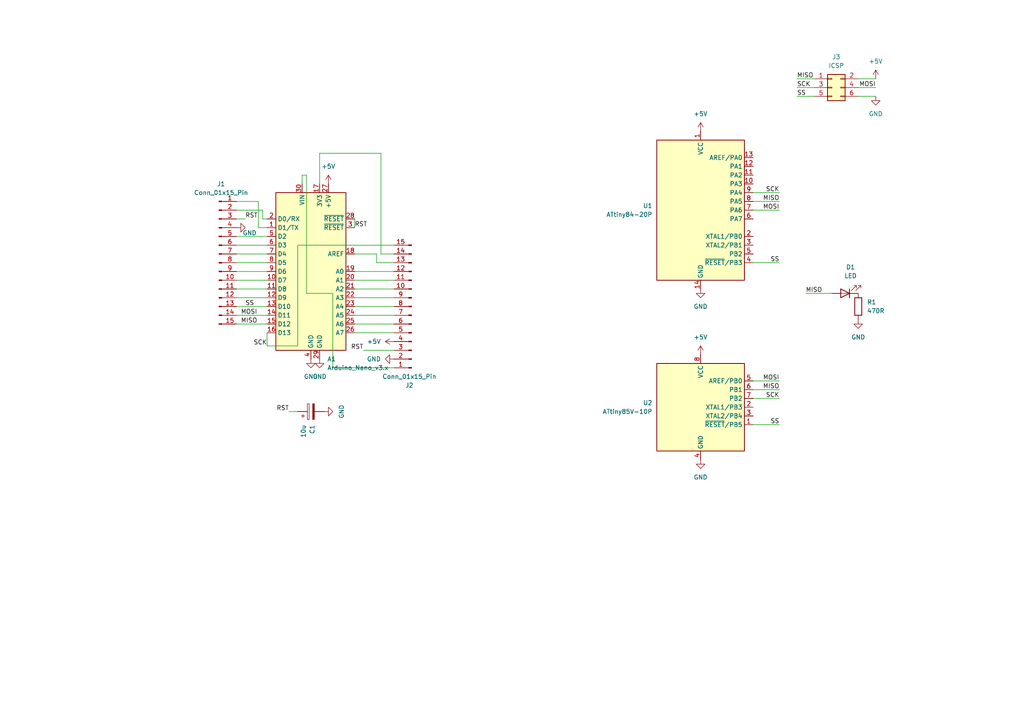
<source format=kicad_sch>
(kicad_sch
	(version 20231120)
	(generator "eeschema")
	(generator_version "8.0")
	(uuid "7c357737-1ee5-4334-9833-231ab2b20a19")
	(paper "A4")
	(lib_symbols
		(symbol "Connector:Conn_01x15_Pin"
			(pin_names
				(offset 1.016) hide)
			(exclude_from_sim no)
			(in_bom yes)
			(on_board yes)
			(property "Reference" "J"
				(at 0 20.32 0)
				(effects
					(font
						(size 1.27 1.27)
					)
				)
			)
			(property "Value" "Conn_01x15_Pin"
				(at 0 -20.32 0)
				(effects
					(font
						(size 1.27 1.27)
					)
				)
			)
			(property "Footprint" ""
				(at 0 0 0)
				(effects
					(font
						(size 1.27 1.27)
					)
					(hide yes)
				)
			)
			(property "Datasheet" "~"
				(at 0 0 0)
				(effects
					(font
						(size 1.27 1.27)
					)
					(hide yes)
				)
			)
			(property "Description" "Generic connector, single row, 01x15, script generated"
				(at 0 0 0)
				(effects
					(font
						(size 1.27 1.27)
					)
					(hide yes)
				)
			)
			(property "ki_locked" ""
				(at 0 0 0)
				(effects
					(font
						(size 1.27 1.27)
					)
				)
			)
			(property "ki_keywords" "connector"
				(at 0 0 0)
				(effects
					(font
						(size 1.27 1.27)
					)
					(hide yes)
				)
			)
			(property "ki_fp_filters" "Connector*:*_1x??_*"
				(at 0 0 0)
				(effects
					(font
						(size 1.27 1.27)
					)
					(hide yes)
				)
			)
			(symbol "Conn_01x15_Pin_1_1"
				(polyline
					(pts
						(xy 1.27 -17.78) (xy 0.8636 -17.78)
					)
					(stroke
						(width 0.1524)
						(type default)
					)
					(fill
						(type none)
					)
				)
				(polyline
					(pts
						(xy 1.27 -15.24) (xy 0.8636 -15.24)
					)
					(stroke
						(width 0.1524)
						(type default)
					)
					(fill
						(type none)
					)
				)
				(polyline
					(pts
						(xy 1.27 -12.7) (xy 0.8636 -12.7)
					)
					(stroke
						(width 0.1524)
						(type default)
					)
					(fill
						(type none)
					)
				)
				(polyline
					(pts
						(xy 1.27 -10.16) (xy 0.8636 -10.16)
					)
					(stroke
						(width 0.1524)
						(type default)
					)
					(fill
						(type none)
					)
				)
				(polyline
					(pts
						(xy 1.27 -7.62) (xy 0.8636 -7.62)
					)
					(stroke
						(width 0.1524)
						(type default)
					)
					(fill
						(type none)
					)
				)
				(polyline
					(pts
						(xy 1.27 -5.08) (xy 0.8636 -5.08)
					)
					(stroke
						(width 0.1524)
						(type default)
					)
					(fill
						(type none)
					)
				)
				(polyline
					(pts
						(xy 1.27 -2.54) (xy 0.8636 -2.54)
					)
					(stroke
						(width 0.1524)
						(type default)
					)
					(fill
						(type none)
					)
				)
				(polyline
					(pts
						(xy 1.27 0) (xy 0.8636 0)
					)
					(stroke
						(width 0.1524)
						(type default)
					)
					(fill
						(type none)
					)
				)
				(polyline
					(pts
						(xy 1.27 2.54) (xy 0.8636 2.54)
					)
					(stroke
						(width 0.1524)
						(type default)
					)
					(fill
						(type none)
					)
				)
				(polyline
					(pts
						(xy 1.27 5.08) (xy 0.8636 5.08)
					)
					(stroke
						(width 0.1524)
						(type default)
					)
					(fill
						(type none)
					)
				)
				(polyline
					(pts
						(xy 1.27 7.62) (xy 0.8636 7.62)
					)
					(stroke
						(width 0.1524)
						(type default)
					)
					(fill
						(type none)
					)
				)
				(polyline
					(pts
						(xy 1.27 10.16) (xy 0.8636 10.16)
					)
					(stroke
						(width 0.1524)
						(type default)
					)
					(fill
						(type none)
					)
				)
				(polyline
					(pts
						(xy 1.27 12.7) (xy 0.8636 12.7)
					)
					(stroke
						(width 0.1524)
						(type default)
					)
					(fill
						(type none)
					)
				)
				(polyline
					(pts
						(xy 1.27 15.24) (xy 0.8636 15.24)
					)
					(stroke
						(width 0.1524)
						(type default)
					)
					(fill
						(type none)
					)
				)
				(polyline
					(pts
						(xy 1.27 17.78) (xy 0.8636 17.78)
					)
					(stroke
						(width 0.1524)
						(type default)
					)
					(fill
						(type none)
					)
				)
				(rectangle
					(start 0.8636 -17.653)
					(end 0 -17.907)
					(stroke
						(width 0.1524)
						(type default)
					)
					(fill
						(type outline)
					)
				)
				(rectangle
					(start 0.8636 -15.113)
					(end 0 -15.367)
					(stroke
						(width 0.1524)
						(type default)
					)
					(fill
						(type outline)
					)
				)
				(rectangle
					(start 0.8636 -12.573)
					(end 0 -12.827)
					(stroke
						(width 0.1524)
						(type default)
					)
					(fill
						(type outline)
					)
				)
				(rectangle
					(start 0.8636 -10.033)
					(end 0 -10.287)
					(stroke
						(width 0.1524)
						(type default)
					)
					(fill
						(type outline)
					)
				)
				(rectangle
					(start 0.8636 -7.493)
					(end 0 -7.747)
					(stroke
						(width 0.1524)
						(type default)
					)
					(fill
						(type outline)
					)
				)
				(rectangle
					(start 0.8636 -4.953)
					(end 0 -5.207)
					(stroke
						(width 0.1524)
						(type default)
					)
					(fill
						(type outline)
					)
				)
				(rectangle
					(start 0.8636 -2.413)
					(end 0 -2.667)
					(stroke
						(width 0.1524)
						(type default)
					)
					(fill
						(type outline)
					)
				)
				(rectangle
					(start 0.8636 0.127)
					(end 0 -0.127)
					(stroke
						(width 0.1524)
						(type default)
					)
					(fill
						(type outline)
					)
				)
				(rectangle
					(start 0.8636 2.667)
					(end 0 2.413)
					(stroke
						(width 0.1524)
						(type default)
					)
					(fill
						(type outline)
					)
				)
				(rectangle
					(start 0.8636 5.207)
					(end 0 4.953)
					(stroke
						(width 0.1524)
						(type default)
					)
					(fill
						(type outline)
					)
				)
				(rectangle
					(start 0.8636 7.747)
					(end 0 7.493)
					(stroke
						(width 0.1524)
						(type default)
					)
					(fill
						(type outline)
					)
				)
				(rectangle
					(start 0.8636 10.287)
					(end 0 10.033)
					(stroke
						(width 0.1524)
						(type default)
					)
					(fill
						(type outline)
					)
				)
				(rectangle
					(start 0.8636 12.827)
					(end 0 12.573)
					(stroke
						(width 0.1524)
						(type default)
					)
					(fill
						(type outline)
					)
				)
				(rectangle
					(start 0.8636 15.367)
					(end 0 15.113)
					(stroke
						(width 0.1524)
						(type default)
					)
					(fill
						(type outline)
					)
				)
				(rectangle
					(start 0.8636 17.907)
					(end 0 17.653)
					(stroke
						(width 0.1524)
						(type default)
					)
					(fill
						(type outline)
					)
				)
				(pin passive line
					(at 5.08 17.78 180)
					(length 3.81)
					(name "Pin_1"
						(effects
							(font
								(size 1.27 1.27)
							)
						)
					)
					(number "1"
						(effects
							(font
								(size 1.27 1.27)
							)
						)
					)
				)
				(pin passive line
					(at 5.08 -5.08 180)
					(length 3.81)
					(name "Pin_10"
						(effects
							(font
								(size 1.27 1.27)
							)
						)
					)
					(number "10"
						(effects
							(font
								(size 1.27 1.27)
							)
						)
					)
				)
				(pin passive line
					(at 5.08 -7.62 180)
					(length 3.81)
					(name "Pin_11"
						(effects
							(font
								(size 1.27 1.27)
							)
						)
					)
					(number "11"
						(effects
							(font
								(size 1.27 1.27)
							)
						)
					)
				)
				(pin passive line
					(at 5.08 -10.16 180)
					(length 3.81)
					(name "Pin_12"
						(effects
							(font
								(size 1.27 1.27)
							)
						)
					)
					(number "12"
						(effects
							(font
								(size 1.27 1.27)
							)
						)
					)
				)
				(pin passive line
					(at 5.08 -12.7 180)
					(length 3.81)
					(name "Pin_13"
						(effects
							(font
								(size 1.27 1.27)
							)
						)
					)
					(number "13"
						(effects
							(font
								(size 1.27 1.27)
							)
						)
					)
				)
				(pin passive line
					(at 5.08 -15.24 180)
					(length 3.81)
					(name "Pin_14"
						(effects
							(font
								(size 1.27 1.27)
							)
						)
					)
					(number "14"
						(effects
							(font
								(size 1.27 1.27)
							)
						)
					)
				)
				(pin passive line
					(at 5.08 -17.78 180)
					(length 3.81)
					(name "Pin_15"
						(effects
							(font
								(size 1.27 1.27)
							)
						)
					)
					(number "15"
						(effects
							(font
								(size 1.27 1.27)
							)
						)
					)
				)
				(pin passive line
					(at 5.08 15.24 180)
					(length 3.81)
					(name "Pin_2"
						(effects
							(font
								(size 1.27 1.27)
							)
						)
					)
					(number "2"
						(effects
							(font
								(size 1.27 1.27)
							)
						)
					)
				)
				(pin passive line
					(at 5.08 12.7 180)
					(length 3.81)
					(name "Pin_3"
						(effects
							(font
								(size 1.27 1.27)
							)
						)
					)
					(number "3"
						(effects
							(font
								(size 1.27 1.27)
							)
						)
					)
				)
				(pin passive line
					(at 5.08 10.16 180)
					(length 3.81)
					(name "Pin_4"
						(effects
							(font
								(size 1.27 1.27)
							)
						)
					)
					(number "4"
						(effects
							(font
								(size 1.27 1.27)
							)
						)
					)
				)
				(pin passive line
					(at 5.08 7.62 180)
					(length 3.81)
					(name "Pin_5"
						(effects
							(font
								(size 1.27 1.27)
							)
						)
					)
					(number "5"
						(effects
							(font
								(size 1.27 1.27)
							)
						)
					)
				)
				(pin passive line
					(at 5.08 5.08 180)
					(length 3.81)
					(name "Pin_6"
						(effects
							(font
								(size 1.27 1.27)
							)
						)
					)
					(number "6"
						(effects
							(font
								(size 1.27 1.27)
							)
						)
					)
				)
				(pin passive line
					(at 5.08 2.54 180)
					(length 3.81)
					(name "Pin_7"
						(effects
							(font
								(size 1.27 1.27)
							)
						)
					)
					(number "7"
						(effects
							(font
								(size 1.27 1.27)
							)
						)
					)
				)
				(pin passive line
					(at 5.08 0 180)
					(length 3.81)
					(name "Pin_8"
						(effects
							(font
								(size 1.27 1.27)
							)
						)
					)
					(number "8"
						(effects
							(font
								(size 1.27 1.27)
							)
						)
					)
				)
				(pin passive line
					(at 5.08 -2.54 180)
					(length 3.81)
					(name "Pin_9"
						(effects
							(font
								(size 1.27 1.27)
							)
						)
					)
					(number "9"
						(effects
							(font
								(size 1.27 1.27)
							)
						)
					)
				)
			)
		)
		(symbol "Connector_Generic:Conn_02x03_Odd_Even"
			(pin_names
				(offset 1.016) hide)
			(exclude_from_sim no)
			(in_bom yes)
			(on_board yes)
			(property "Reference" "J"
				(at 1.27 5.08 0)
				(effects
					(font
						(size 1.27 1.27)
					)
				)
			)
			(property "Value" "Conn_02x03_Odd_Even"
				(at 1.27 -5.08 0)
				(effects
					(font
						(size 1.27 1.27)
					)
				)
			)
			(property "Footprint" ""
				(at 0 0 0)
				(effects
					(font
						(size 1.27 1.27)
					)
					(hide yes)
				)
			)
			(property "Datasheet" "~"
				(at 0 0 0)
				(effects
					(font
						(size 1.27 1.27)
					)
					(hide yes)
				)
			)
			(property "Description" "Generic connector, double row, 02x03, odd/even pin numbering scheme (row 1 odd numbers, row 2 even numbers), script generated (kicad-library-utils/schlib/autogen/connector/)"
				(at 0 0 0)
				(effects
					(font
						(size 1.27 1.27)
					)
					(hide yes)
				)
			)
			(property "ki_keywords" "connector"
				(at 0 0 0)
				(effects
					(font
						(size 1.27 1.27)
					)
					(hide yes)
				)
			)
			(property "ki_fp_filters" "Connector*:*_2x??_*"
				(at 0 0 0)
				(effects
					(font
						(size 1.27 1.27)
					)
					(hide yes)
				)
			)
			(symbol "Conn_02x03_Odd_Even_1_1"
				(rectangle
					(start -1.27 -2.413)
					(end 0 -2.667)
					(stroke
						(width 0.1524)
						(type default)
					)
					(fill
						(type none)
					)
				)
				(rectangle
					(start -1.27 0.127)
					(end 0 -0.127)
					(stroke
						(width 0.1524)
						(type default)
					)
					(fill
						(type none)
					)
				)
				(rectangle
					(start -1.27 2.667)
					(end 0 2.413)
					(stroke
						(width 0.1524)
						(type default)
					)
					(fill
						(type none)
					)
				)
				(rectangle
					(start -1.27 3.81)
					(end 3.81 -3.81)
					(stroke
						(width 0.254)
						(type default)
					)
					(fill
						(type background)
					)
				)
				(rectangle
					(start 3.81 -2.413)
					(end 2.54 -2.667)
					(stroke
						(width 0.1524)
						(type default)
					)
					(fill
						(type none)
					)
				)
				(rectangle
					(start 3.81 0.127)
					(end 2.54 -0.127)
					(stroke
						(width 0.1524)
						(type default)
					)
					(fill
						(type none)
					)
				)
				(rectangle
					(start 3.81 2.667)
					(end 2.54 2.413)
					(stroke
						(width 0.1524)
						(type default)
					)
					(fill
						(type none)
					)
				)
				(pin passive line
					(at -5.08 2.54 0)
					(length 3.81)
					(name "Pin_1"
						(effects
							(font
								(size 1.27 1.27)
							)
						)
					)
					(number "1"
						(effects
							(font
								(size 1.27 1.27)
							)
						)
					)
				)
				(pin passive line
					(at 7.62 2.54 180)
					(length 3.81)
					(name "Pin_2"
						(effects
							(font
								(size 1.27 1.27)
							)
						)
					)
					(number "2"
						(effects
							(font
								(size 1.27 1.27)
							)
						)
					)
				)
				(pin passive line
					(at -5.08 0 0)
					(length 3.81)
					(name "Pin_3"
						(effects
							(font
								(size 1.27 1.27)
							)
						)
					)
					(number "3"
						(effects
							(font
								(size 1.27 1.27)
							)
						)
					)
				)
				(pin passive line
					(at 7.62 0 180)
					(length 3.81)
					(name "Pin_4"
						(effects
							(font
								(size 1.27 1.27)
							)
						)
					)
					(number "4"
						(effects
							(font
								(size 1.27 1.27)
							)
						)
					)
				)
				(pin passive line
					(at -5.08 -2.54 0)
					(length 3.81)
					(name "Pin_5"
						(effects
							(font
								(size 1.27 1.27)
							)
						)
					)
					(number "5"
						(effects
							(font
								(size 1.27 1.27)
							)
						)
					)
				)
				(pin passive line
					(at 7.62 -2.54 180)
					(length 3.81)
					(name "Pin_6"
						(effects
							(font
								(size 1.27 1.27)
							)
						)
					)
					(number "6"
						(effects
							(font
								(size 1.27 1.27)
							)
						)
					)
				)
			)
		)
		(symbol "Device:C_Polarized"
			(pin_numbers hide)
			(pin_names
				(offset 0.254)
			)
			(exclude_from_sim no)
			(in_bom yes)
			(on_board yes)
			(property "Reference" "C"
				(at 0.635 2.54 0)
				(effects
					(font
						(size 1.27 1.27)
					)
					(justify left)
				)
			)
			(property "Value" "C_Polarized"
				(at 0.635 -2.54 0)
				(effects
					(font
						(size 1.27 1.27)
					)
					(justify left)
				)
			)
			(property "Footprint" ""
				(at 0.9652 -3.81 0)
				(effects
					(font
						(size 1.27 1.27)
					)
					(hide yes)
				)
			)
			(property "Datasheet" "~"
				(at 0 0 0)
				(effects
					(font
						(size 1.27 1.27)
					)
					(hide yes)
				)
			)
			(property "Description" "Polarized capacitor"
				(at 0 0 0)
				(effects
					(font
						(size 1.27 1.27)
					)
					(hide yes)
				)
			)
			(property "ki_keywords" "cap capacitor"
				(at 0 0 0)
				(effects
					(font
						(size 1.27 1.27)
					)
					(hide yes)
				)
			)
			(property "ki_fp_filters" "CP_*"
				(at 0 0 0)
				(effects
					(font
						(size 1.27 1.27)
					)
					(hide yes)
				)
			)
			(symbol "C_Polarized_0_1"
				(rectangle
					(start -2.286 0.508)
					(end 2.286 1.016)
					(stroke
						(width 0)
						(type default)
					)
					(fill
						(type none)
					)
				)
				(polyline
					(pts
						(xy -1.778 2.286) (xy -0.762 2.286)
					)
					(stroke
						(width 0)
						(type default)
					)
					(fill
						(type none)
					)
				)
				(polyline
					(pts
						(xy -1.27 2.794) (xy -1.27 1.778)
					)
					(stroke
						(width 0)
						(type default)
					)
					(fill
						(type none)
					)
				)
				(rectangle
					(start 2.286 -0.508)
					(end -2.286 -1.016)
					(stroke
						(width 0)
						(type default)
					)
					(fill
						(type outline)
					)
				)
			)
			(symbol "C_Polarized_1_1"
				(pin passive line
					(at 0 3.81 270)
					(length 2.794)
					(name "~"
						(effects
							(font
								(size 1.27 1.27)
							)
						)
					)
					(number "1"
						(effects
							(font
								(size 1.27 1.27)
							)
						)
					)
				)
				(pin passive line
					(at 0 -3.81 90)
					(length 2.794)
					(name "~"
						(effects
							(font
								(size 1.27 1.27)
							)
						)
					)
					(number "2"
						(effects
							(font
								(size 1.27 1.27)
							)
						)
					)
				)
			)
		)
		(symbol "Device:LED"
			(pin_numbers hide)
			(pin_names
				(offset 1.016) hide)
			(exclude_from_sim no)
			(in_bom yes)
			(on_board yes)
			(property "Reference" "D"
				(at 0 2.54 0)
				(effects
					(font
						(size 1.27 1.27)
					)
				)
			)
			(property "Value" "LED"
				(at 0 -2.54 0)
				(effects
					(font
						(size 1.27 1.27)
					)
				)
			)
			(property "Footprint" ""
				(at 0 0 0)
				(effects
					(font
						(size 1.27 1.27)
					)
					(hide yes)
				)
			)
			(property "Datasheet" "~"
				(at 0 0 0)
				(effects
					(font
						(size 1.27 1.27)
					)
					(hide yes)
				)
			)
			(property "Description" "Light emitting diode"
				(at 0 0 0)
				(effects
					(font
						(size 1.27 1.27)
					)
					(hide yes)
				)
			)
			(property "ki_keywords" "LED diode"
				(at 0 0 0)
				(effects
					(font
						(size 1.27 1.27)
					)
					(hide yes)
				)
			)
			(property "ki_fp_filters" "LED* LED_SMD:* LED_THT:*"
				(at 0 0 0)
				(effects
					(font
						(size 1.27 1.27)
					)
					(hide yes)
				)
			)
			(symbol "LED_0_1"
				(polyline
					(pts
						(xy -1.27 -1.27) (xy -1.27 1.27)
					)
					(stroke
						(width 0.254)
						(type default)
					)
					(fill
						(type none)
					)
				)
				(polyline
					(pts
						(xy -1.27 0) (xy 1.27 0)
					)
					(stroke
						(width 0)
						(type default)
					)
					(fill
						(type none)
					)
				)
				(polyline
					(pts
						(xy 1.27 -1.27) (xy 1.27 1.27) (xy -1.27 0) (xy 1.27 -1.27)
					)
					(stroke
						(width 0.254)
						(type default)
					)
					(fill
						(type none)
					)
				)
				(polyline
					(pts
						(xy -3.048 -0.762) (xy -4.572 -2.286) (xy -3.81 -2.286) (xy -4.572 -2.286) (xy -4.572 -1.524)
					)
					(stroke
						(width 0)
						(type default)
					)
					(fill
						(type none)
					)
				)
				(polyline
					(pts
						(xy -1.778 -0.762) (xy -3.302 -2.286) (xy -2.54 -2.286) (xy -3.302 -2.286) (xy -3.302 -1.524)
					)
					(stroke
						(width 0)
						(type default)
					)
					(fill
						(type none)
					)
				)
			)
			(symbol "LED_1_1"
				(pin passive line
					(at -3.81 0 0)
					(length 2.54)
					(name "K"
						(effects
							(font
								(size 1.27 1.27)
							)
						)
					)
					(number "1"
						(effects
							(font
								(size 1.27 1.27)
							)
						)
					)
				)
				(pin passive line
					(at 3.81 0 180)
					(length 2.54)
					(name "A"
						(effects
							(font
								(size 1.27 1.27)
							)
						)
					)
					(number "2"
						(effects
							(font
								(size 1.27 1.27)
							)
						)
					)
				)
			)
		)
		(symbol "Device:R"
			(pin_numbers hide)
			(pin_names
				(offset 0)
			)
			(exclude_from_sim no)
			(in_bom yes)
			(on_board yes)
			(property "Reference" "R"
				(at 2.032 0 90)
				(effects
					(font
						(size 1.27 1.27)
					)
				)
			)
			(property "Value" "R"
				(at 0 0 90)
				(effects
					(font
						(size 1.27 1.27)
					)
				)
			)
			(property "Footprint" ""
				(at -1.778 0 90)
				(effects
					(font
						(size 1.27 1.27)
					)
					(hide yes)
				)
			)
			(property "Datasheet" "~"
				(at 0 0 0)
				(effects
					(font
						(size 1.27 1.27)
					)
					(hide yes)
				)
			)
			(property "Description" "Resistor"
				(at 0 0 0)
				(effects
					(font
						(size 1.27 1.27)
					)
					(hide yes)
				)
			)
			(property "ki_keywords" "R res resistor"
				(at 0 0 0)
				(effects
					(font
						(size 1.27 1.27)
					)
					(hide yes)
				)
			)
			(property "ki_fp_filters" "R_*"
				(at 0 0 0)
				(effects
					(font
						(size 1.27 1.27)
					)
					(hide yes)
				)
			)
			(symbol "R_0_1"
				(rectangle
					(start -1.016 -2.54)
					(end 1.016 2.54)
					(stroke
						(width 0.254)
						(type default)
					)
					(fill
						(type none)
					)
				)
			)
			(symbol "R_1_1"
				(pin passive line
					(at 0 3.81 270)
					(length 1.27)
					(name "~"
						(effects
							(font
								(size 1.27 1.27)
							)
						)
					)
					(number "1"
						(effects
							(font
								(size 1.27 1.27)
							)
						)
					)
				)
				(pin passive line
					(at 0 -3.81 90)
					(length 1.27)
					(name "~"
						(effects
							(font
								(size 1.27 1.27)
							)
						)
					)
					(number "2"
						(effects
							(font
								(size 1.27 1.27)
							)
						)
					)
				)
			)
		)
		(symbol "MCU_Microchip_ATtiny:ATtiny84-20P"
			(exclude_from_sim no)
			(in_bom yes)
			(on_board yes)
			(property "Reference" "U"
				(at -12.7 21.59 0)
				(effects
					(font
						(size 1.27 1.27)
					)
					(justify left bottom)
				)
			)
			(property "Value" "ATtiny84-20P"
				(at 2.54 -21.59 0)
				(effects
					(font
						(size 1.27 1.27)
					)
					(justify left top)
				)
			)
			(property "Footprint" "Package_DIP:DIP-14_W7.62mm"
				(at 0 0 0)
				(effects
					(font
						(size 1.27 1.27)
						(italic yes)
					)
					(hide yes)
				)
			)
			(property "Datasheet" "http://ww1.microchip.com/downloads/en/DeviceDoc/doc8006.pdf"
				(at 0 0 0)
				(effects
					(font
						(size 1.27 1.27)
					)
					(hide yes)
				)
			)
			(property "Description" "20MHz, 8kB Flash, 512B SRAM, 512B EEPROM, debugWIRE, DIP-14"
				(at 0 0 0)
				(effects
					(font
						(size 1.27 1.27)
					)
					(hide yes)
				)
			)
			(property "ki_keywords" "AVR 8bit Microcontroller tinyAVR"
				(at 0 0 0)
				(effects
					(font
						(size 1.27 1.27)
					)
					(hide yes)
				)
			)
			(property "ki_fp_filters" "DIP*W7.62mm*"
				(at 0 0 0)
				(effects
					(font
						(size 1.27 1.27)
					)
					(hide yes)
				)
			)
			(symbol "ATtiny84-20P_0_1"
				(rectangle
					(start -12.7 -20.32)
					(end 12.7 20.32)
					(stroke
						(width 0.254)
						(type default)
					)
					(fill
						(type background)
					)
				)
			)
			(symbol "ATtiny84-20P_1_1"
				(pin power_in line
					(at 0 22.86 270)
					(length 2.54)
					(name "VCC"
						(effects
							(font
								(size 1.27 1.27)
							)
						)
					)
					(number "1"
						(effects
							(font
								(size 1.27 1.27)
							)
						)
					)
				)
				(pin bidirectional line
					(at 15.24 7.62 180)
					(length 2.54)
					(name "PA3"
						(effects
							(font
								(size 1.27 1.27)
							)
						)
					)
					(number "10"
						(effects
							(font
								(size 1.27 1.27)
							)
						)
					)
				)
				(pin bidirectional line
					(at 15.24 10.16 180)
					(length 2.54)
					(name "PA2"
						(effects
							(font
								(size 1.27 1.27)
							)
						)
					)
					(number "11"
						(effects
							(font
								(size 1.27 1.27)
							)
						)
					)
				)
				(pin bidirectional line
					(at 15.24 12.7 180)
					(length 2.54)
					(name "PA1"
						(effects
							(font
								(size 1.27 1.27)
							)
						)
					)
					(number "12"
						(effects
							(font
								(size 1.27 1.27)
							)
						)
					)
				)
				(pin bidirectional line
					(at 15.24 15.24 180)
					(length 2.54)
					(name "AREF/PA0"
						(effects
							(font
								(size 1.27 1.27)
							)
						)
					)
					(number "13"
						(effects
							(font
								(size 1.27 1.27)
							)
						)
					)
				)
				(pin power_in line
					(at 0 -22.86 90)
					(length 2.54)
					(name "GND"
						(effects
							(font
								(size 1.27 1.27)
							)
						)
					)
					(number "14"
						(effects
							(font
								(size 1.27 1.27)
							)
						)
					)
				)
				(pin bidirectional line
					(at 15.24 -7.62 180)
					(length 2.54)
					(name "XTAL1/PB0"
						(effects
							(font
								(size 1.27 1.27)
							)
						)
					)
					(number "2"
						(effects
							(font
								(size 1.27 1.27)
							)
						)
					)
				)
				(pin bidirectional line
					(at 15.24 -10.16 180)
					(length 2.54)
					(name "XTAL2/PB1"
						(effects
							(font
								(size 1.27 1.27)
							)
						)
					)
					(number "3"
						(effects
							(font
								(size 1.27 1.27)
							)
						)
					)
				)
				(pin bidirectional line
					(at 15.24 -15.24 180)
					(length 2.54)
					(name "~{RESET}/PB3"
						(effects
							(font
								(size 1.27 1.27)
							)
						)
					)
					(number "4"
						(effects
							(font
								(size 1.27 1.27)
							)
						)
					)
				)
				(pin bidirectional line
					(at 15.24 -12.7 180)
					(length 2.54)
					(name "PB2"
						(effects
							(font
								(size 1.27 1.27)
							)
						)
					)
					(number "5"
						(effects
							(font
								(size 1.27 1.27)
							)
						)
					)
				)
				(pin bidirectional line
					(at 15.24 -2.54 180)
					(length 2.54)
					(name "PA7"
						(effects
							(font
								(size 1.27 1.27)
							)
						)
					)
					(number "6"
						(effects
							(font
								(size 1.27 1.27)
							)
						)
					)
				)
				(pin bidirectional line
					(at 15.24 0 180)
					(length 2.54)
					(name "PA6"
						(effects
							(font
								(size 1.27 1.27)
							)
						)
					)
					(number "7"
						(effects
							(font
								(size 1.27 1.27)
							)
						)
					)
				)
				(pin bidirectional line
					(at 15.24 2.54 180)
					(length 2.54)
					(name "PA5"
						(effects
							(font
								(size 1.27 1.27)
							)
						)
					)
					(number "8"
						(effects
							(font
								(size 1.27 1.27)
							)
						)
					)
				)
				(pin bidirectional line
					(at 15.24 5.08 180)
					(length 2.54)
					(name "PA4"
						(effects
							(font
								(size 1.27 1.27)
							)
						)
					)
					(number "9"
						(effects
							(font
								(size 1.27 1.27)
							)
						)
					)
				)
			)
		)
		(symbol "MCU_Microchip_ATtiny:ATtiny85V-10P"
			(exclude_from_sim no)
			(in_bom yes)
			(on_board yes)
			(property "Reference" "U"
				(at -12.7 13.97 0)
				(effects
					(font
						(size 1.27 1.27)
					)
					(justify left bottom)
				)
			)
			(property "Value" "ATtiny85V-10P"
				(at 2.54 -13.97 0)
				(effects
					(font
						(size 1.27 1.27)
					)
					(justify left top)
				)
			)
			(property "Footprint" "Package_DIP:DIP-8_W7.62mm"
				(at 0 0 0)
				(effects
					(font
						(size 1.27 1.27)
						(italic yes)
					)
					(hide yes)
				)
			)
			(property "Datasheet" "http://ww1.microchip.com/downloads/en/DeviceDoc/atmel-2586-avr-8-bit-microcontroller-attiny25-attiny45-attiny85_datasheet.pdf"
				(at 0 0 0)
				(effects
					(font
						(size 1.27 1.27)
					)
					(hide yes)
				)
			)
			(property "Description" "10MHz, 8kB Flash, 512B SRAM, 512B EEPROM, debugWIRE, DIP-8"
				(at 0 0 0)
				(effects
					(font
						(size 1.27 1.27)
					)
					(hide yes)
				)
			)
			(property "ki_keywords" "AVR 8bit Microcontroller tinyAVR"
				(at 0 0 0)
				(effects
					(font
						(size 1.27 1.27)
					)
					(hide yes)
				)
			)
			(property "ki_fp_filters" "DIP*W7.62mm*"
				(at 0 0 0)
				(effects
					(font
						(size 1.27 1.27)
					)
					(hide yes)
				)
			)
			(symbol "ATtiny85V-10P_0_1"
				(rectangle
					(start -12.7 -12.7)
					(end 12.7 12.7)
					(stroke
						(width 0.254)
						(type default)
					)
					(fill
						(type background)
					)
				)
			)
			(symbol "ATtiny85V-10P_1_1"
				(pin bidirectional line
					(at 15.24 -5.08 180)
					(length 2.54)
					(name "~{RESET}/PB5"
						(effects
							(font
								(size 1.27 1.27)
							)
						)
					)
					(number "1"
						(effects
							(font
								(size 1.27 1.27)
							)
						)
					)
				)
				(pin bidirectional line
					(at 15.24 0 180)
					(length 2.54)
					(name "XTAL1/PB3"
						(effects
							(font
								(size 1.27 1.27)
							)
						)
					)
					(number "2"
						(effects
							(font
								(size 1.27 1.27)
							)
						)
					)
				)
				(pin bidirectional line
					(at 15.24 -2.54 180)
					(length 2.54)
					(name "XTAL2/PB4"
						(effects
							(font
								(size 1.27 1.27)
							)
						)
					)
					(number "3"
						(effects
							(font
								(size 1.27 1.27)
							)
						)
					)
				)
				(pin power_in line
					(at 0 -15.24 90)
					(length 2.54)
					(name "GND"
						(effects
							(font
								(size 1.27 1.27)
							)
						)
					)
					(number "4"
						(effects
							(font
								(size 1.27 1.27)
							)
						)
					)
				)
				(pin bidirectional line
					(at 15.24 7.62 180)
					(length 2.54)
					(name "AREF/PB0"
						(effects
							(font
								(size 1.27 1.27)
							)
						)
					)
					(number "5"
						(effects
							(font
								(size 1.27 1.27)
							)
						)
					)
				)
				(pin bidirectional line
					(at 15.24 5.08 180)
					(length 2.54)
					(name "PB1"
						(effects
							(font
								(size 1.27 1.27)
							)
						)
					)
					(number "6"
						(effects
							(font
								(size 1.27 1.27)
							)
						)
					)
				)
				(pin bidirectional line
					(at 15.24 2.54 180)
					(length 2.54)
					(name "PB2"
						(effects
							(font
								(size 1.27 1.27)
							)
						)
					)
					(number "7"
						(effects
							(font
								(size 1.27 1.27)
							)
						)
					)
				)
				(pin power_in line
					(at 0 15.24 270)
					(length 2.54)
					(name "VCC"
						(effects
							(font
								(size 1.27 1.27)
							)
						)
					)
					(number "8"
						(effects
							(font
								(size 1.27 1.27)
							)
						)
					)
				)
			)
		)
		(symbol "MCU_Module:Arduino_Nano_v3.x"
			(exclude_from_sim no)
			(in_bom yes)
			(on_board yes)
			(property "Reference" "A"
				(at -10.16 23.495 0)
				(effects
					(font
						(size 1.27 1.27)
					)
					(justify left bottom)
				)
			)
			(property "Value" "Arduino_Nano_v3.x"
				(at 5.08 -24.13 0)
				(effects
					(font
						(size 1.27 1.27)
					)
					(justify left top)
				)
			)
			(property "Footprint" "Module:Arduino_Nano"
				(at 0 0 0)
				(effects
					(font
						(size 1.27 1.27)
						(italic yes)
					)
					(hide yes)
				)
			)
			(property "Datasheet" "http://www.mouser.com/pdfdocs/Gravitech_Arduino_Nano3_0.pdf"
				(at 0 0 0)
				(effects
					(font
						(size 1.27 1.27)
					)
					(hide yes)
				)
			)
			(property "Description" "Arduino Nano v3.x"
				(at 0 0 0)
				(effects
					(font
						(size 1.27 1.27)
					)
					(hide yes)
				)
			)
			(property "ki_keywords" "Arduino nano microcontroller module USB"
				(at 0 0 0)
				(effects
					(font
						(size 1.27 1.27)
					)
					(hide yes)
				)
			)
			(property "ki_fp_filters" "Arduino*Nano*"
				(at 0 0 0)
				(effects
					(font
						(size 1.27 1.27)
					)
					(hide yes)
				)
			)
			(symbol "Arduino_Nano_v3.x_0_1"
				(rectangle
					(start -10.16 22.86)
					(end 10.16 -22.86)
					(stroke
						(width 0.254)
						(type default)
					)
					(fill
						(type background)
					)
				)
			)
			(symbol "Arduino_Nano_v3.x_1_1"
				(pin bidirectional line
					(at -12.7 12.7 0)
					(length 2.54)
					(name "D1/TX"
						(effects
							(font
								(size 1.27 1.27)
							)
						)
					)
					(number "1"
						(effects
							(font
								(size 1.27 1.27)
							)
						)
					)
				)
				(pin bidirectional line
					(at -12.7 -2.54 0)
					(length 2.54)
					(name "D7"
						(effects
							(font
								(size 1.27 1.27)
							)
						)
					)
					(number "10"
						(effects
							(font
								(size 1.27 1.27)
							)
						)
					)
				)
				(pin bidirectional line
					(at -12.7 -5.08 0)
					(length 2.54)
					(name "D8"
						(effects
							(font
								(size 1.27 1.27)
							)
						)
					)
					(number "11"
						(effects
							(font
								(size 1.27 1.27)
							)
						)
					)
				)
				(pin bidirectional line
					(at -12.7 -7.62 0)
					(length 2.54)
					(name "D9"
						(effects
							(font
								(size 1.27 1.27)
							)
						)
					)
					(number "12"
						(effects
							(font
								(size 1.27 1.27)
							)
						)
					)
				)
				(pin bidirectional line
					(at -12.7 -10.16 0)
					(length 2.54)
					(name "D10"
						(effects
							(font
								(size 1.27 1.27)
							)
						)
					)
					(number "13"
						(effects
							(font
								(size 1.27 1.27)
							)
						)
					)
				)
				(pin bidirectional line
					(at -12.7 -12.7 0)
					(length 2.54)
					(name "D11"
						(effects
							(font
								(size 1.27 1.27)
							)
						)
					)
					(number "14"
						(effects
							(font
								(size 1.27 1.27)
							)
						)
					)
				)
				(pin bidirectional line
					(at -12.7 -15.24 0)
					(length 2.54)
					(name "D12"
						(effects
							(font
								(size 1.27 1.27)
							)
						)
					)
					(number "15"
						(effects
							(font
								(size 1.27 1.27)
							)
						)
					)
				)
				(pin bidirectional line
					(at -12.7 -17.78 0)
					(length 2.54)
					(name "D13"
						(effects
							(font
								(size 1.27 1.27)
							)
						)
					)
					(number "16"
						(effects
							(font
								(size 1.27 1.27)
							)
						)
					)
				)
				(pin power_out line
					(at 2.54 25.4 270)
					(length 2.54)
					(name "3V3"
						(effects
							(font
								(size 1.27 1.27)
							)
						)
					)
					(number "17"
						(effects
							(font
								(size 1.27 1.27)
							)
						)
					)
				)
				(pin input line
					(at 12.7 5.08 180)
					(length 2.54)
					(name "AREF"
						(effects
							(font
								(size 1.27 1.27)
							)
						)
					)
					(number "18"
						(effects
							(font
								(size 1.27 1.27)
							)
						)
					)
				)
				(pin bidirectional line
					(at 12.7 0 180)
					(length 2.54)
					(name "A0"
						(effects
							(font
								(size 1.27 1.27)
							)
						)
					)
					(number "19"
						(effects
							(font
								(size 1.27 1.27)
							)
						)
					)
				)
				(pin bidirectional line
					(at -12.7 15.24 0)
					(length 2.54)
					(name "D0/RX"
						(effects
							(font
								(size 1.27 1.27)
							)
						)
					)
					(number "2"
						(effects
							(font
								(size 1.27 1.27)
							)
						)
					)
				)
				(pin bidirectional line
					(at 12.7 -2.54 180)
					(length 2.54)
					(name "A1"
						(effects
							(font
								(size 1.27 1.27)
							)
						)
					)
					(number "20"
						(effects
							(font
								(size 1.27 1.27)
							)
						)
					)
				)
				(pin bidirectional line
					(at 12.7 -5.08 180)
					(length 2.54)
					(name "A2"
						(effects
							(font
								(size 1.27 1.27)
							)
						)
					)
					(number "21"
						(effects
							(font
								(size 1.27 1.27)
							)
						)
					)
				)
				(pin bidirectional line
					(at 12.7 -7.62 180)
					(length 2.54)
					(name "A3"
						(effects
							(font
								(size 1.27 1.27)
							)
						)
					)
					(number "22"
						(effects
							(font
								(size 1.27 1.27)
							)
						)
					)
				)
				(pin bidirectional line
					(at 12.7 -10.16 180)
					(length 2.54)
					(name "A4"
						(effects
							(font
								(size 1.27 1.27)
							)
						)
					)
					(number "23"
						(effects
							(font
								(size 1.27 1.27)
							)
						)
					)
				)
				(pin bidirectional line
					(at 12.7 -12.7 180)
					(length 2.54)
					(name "A5"
						(effects
							(font
								(size 1.27 1.27)
							)
						)
					)
					(number "24"
						(effects
							(font
								(size 1.27 1.27)
							)
						)
					)
				)
				(pin bidirectional line
					(at 12.7 -15.24 180)
					(length 2.54)
					(name "A6"
						(effects
							(font
								(size 1.27 1.27)
							)
						)
					)
					(number "25"
						(effects
							(font
								(size 1.27 1.27)
							)
						)
					)
				)
				(pin bidirectional line
					(at 12.7 -17.78 180)
					(length 2.54)
					(name "A7"
						(effects
							(font
								(size 1.27 1.27)
							)
						)
					)
					(number "26"
						(effects
							(font
								(size 1.27 1.27)
							)
						)
					)
				)
				(pin power_out line
					(at 5.08 25.4 270)
					(length 2.54)
					(name "+5V"
						(effects
							(font
								(size 1.27 1.27)
							)
						)
					)
					(number "27"
						(effects
							(font
								(size 1.27 1.27)
							)
						)
					)
				)
				(pin input line
					(at 12.7 15.24 180)
					(length 2.54)
					(name "~{RESET}"
						(effects
							(font
								(size 1.27 1.27)
							)
						)
					)
					(number "28"
						(effects
							(font
								(size 1.27 1.27)
							)
						)
					)
				)
				(pin power_in line
					(at 2.54 -25.4 90)
					(length 2.54)
					(name "GND"
						(effects
							(font
								(size 1.27 1.27)
							)
						)
					)
					(number "29"
						(effects
							(font
								(size 1.27 1.27)
							)
						)
					)
				)
				(pin input line
					(at 12.7 12.7 180)
					(length 2.54)
					(name "~{RESET}"
						(effects
							(font
								(size 1.27 1.27)
							)
						)
					)
					(number "3"
						(effects
							(font
								(size 1.27 1.27)
							)
						)
					)
				)
				(pin power_in line
					(at -2.54 25.4 270)
					(length 2.54)
					(name "VIN"
						(effects
							(font
								(size 1.27 1.27)
							)
						)
					)
					(number "30"
						(effects
							(font
								(size 1.27 1.27)
							)
						)
					)
				)
				(pin power_in line
					(at 0 -25.4 90)
					(length 2.54)
					(name "GND"
						(effects
							(font
								(size 1.27 1.27)
							)
						)
					)
					(number "4"
						(effects
							(font
								(size 1.27 1.27)
							)
						)
					)
				)
				(pin bidirectional line
					(at -12.7 10.16 0)
					(length 2.54)
					(name "D2"
						(effects
							(font
								(size 1.27 1.27)
							)
						)
					)
					(number "5"
						(effects
							(font
								(size 1.27 1.27)
							)
						)
					)
				)
				(pin bidirectional line
					(at -12.7 7.62 0)
					(length 2.54)
					(name "D3"
						(effects
							(font
								(size 1.27 1.27)
							)
						)
					)
					(number "6"
						(effects
							(font
								(size 1.27 1.27)
							)
						)
					)
				)
				(pin bidirectional line
					(at -12.7 5.08 0)
					(length 2.54)
					(name "D4"
						(effects
							(font
								(size 1.27 1.27)
							)
						)
					)
					(number "7"
						(effects
							(font
								(size 1.27 1.27)
							)
						)
					)
				)
				(pin bidirectional line
					(at -12.7 2.54 0)
					(length 2.54)
					(name "D5"
						(effects
							(font
								(size 1.27 1.27)
							)
						)
					)
					(number "8"
						(effects
							(font
								(size 1.27 1.27)
							)
						)
					)
				)
				(pin bidirectional line
					(at -12.7 0 0)
					(length 2.54)
					(name "D6"
						(effects
							(font
								(size 1.27 1.27)
							)
						)
					)
					(number "9"
						(effects
							(font
								(size 1.27 1.27)
							)
						)
					)
				)
			)
		)
		(symbol "power:+5V"
			(power)
			(pin_numbers hide)
			(pin_names
				(offset 0) hide)
			(exclude_from_sim no)
			(in_bom yes)
			(on_board yes)
			(property "Reference" "#PWR"
				(at 0 -3.81 0)
				(effects
					(font
						(size 1.27 1.27)
					)
					(hide yes)
				)
			)
			(property "Value" "+5V"
				(at 0 3.556 0)
				(effects
					(font
						(size 1.27 1.27)
					)
				)
			)
			(property "Footprint" ""
				(at 0 0 0)
				(effects
					(font
						(size 1.27 1.27)
					)
					(hide yes)
				)
			)
			(property "Datasheet" ""
				(at 0 0 0)
				(effects
					(font
						(size 1.27 1.27)
					)
					(hide yes)
				)
			)
			(property "Description" "Power symbol creates a global label with name \"+5V\""
				(at 0 0 0)
				(effects
					(font
						(size 1.27 1.27)
					)
					(hide yes)
				)
			)
			(property "ki_keywords" "global power"
				(at 0 0 0)
				(effects
					(font
						(size 1.27 1.27)
					)
					(hide yes)
				)
			)
			(symbol "+5V_0_1"
				(polyline
					(pts
						(xy -0.762 1.27) (xy 0 2.54)
					)
					(stroke
						(width 0)
						(type default)
					)
					(fill
						(type none)
					)
				)
				(polyline
					(pts
						(xy 0 0) (xy 0 2.54)
					)
					(stroke
						(width 0)
						(type default)
					)
					(fill
						(type none)
					)
				)
				(polyline
					(pts
						(xy 0 2.54) (xy 0.762 1.27)
					)
					(stroke
						(width 0)
						(type default)
					)
					(fill
						(type none)
					)
				)
			)
			(symbol "+5V_1_1"
				(pin power_in line
					(at 0 0 90)
					(length 0)
					(name "~"
						(effects
							(font
								(size 1.27 1.27)
							)
						)
					)
					(number "1"
						(effects
							(font
								(size 1.27 1.27)
							)
						)
					)
				)
			)
		)
		(symbol "power:GND"
			(power)
			(pin_numbers hide)
			(pin_names
				(offset 0) hide)
			(exclude_from_sim no)
			(in_bom yes)
			(on_board yes)
			(property "Reference" "#PWR"
				(at 0 -6.35 0)
				(effects
					(font
						(size 1.27 1.27)
					)
					(hide yes)
				)
			)
			(property "Value" "GND"
				(at 0 -3.81 0)
				(effects
					(font
						(size 1.27 1.27)
					)
				)
			)
			(property "Footprint" ""
				(at 0 0 0)
				(effects
					(font
						(size 1.27 1.27)
					)
					(hide yes)
				)
			)
			(property "Datasheet" ""
				(at 0 0 0)
				(effects
					(font
						(size 1.27 1.27)
					)
					(hide yes)
				)
			)
			(property "Description" "Power symbol creates a global label with name \"GND\" , ground"
				(at 0 0 0)
				(effects
					(font
						(size 1.27 1.27)
					)
					(hide yes)
				)
			)
			(property "ki_keywords" "global power"
				(at 0 0 0)
				(effects
					(font
						(size 1.27 1.27)
					)
					(hide yes)
				)
			)
			(symbol "GND_0_1"
				(polyline
					(pts
						(xy 0 0) (xy 0 -1.27) (xy 1.27 -1.27) (xy 0 -2.54) (xy -1.27 -1.27) (xy 0 -1.27)
					)
					(stroke
						(width 0)
						(type default)
					)
					(fill
						(type none)
					)
				)
			)
			(symbol "GND_1_1"
				(pin power_in line
					(at 0 0 270)
					(length 0)
					(name "~"
						(effects
							(font
								(size 1.27 1.27)
							)
						)
					)
					(number "1"
						(effects
							(font
								(size 1.27 1.27)
							)
						)
					)
				)
			)
		)
	)
	(wire
		(pts
			(xy 102.87 78.74) (xy 114.3 78.74)
		)
		(stroke
			(width 0)
			(type default)
		)
		(uuid "004d78d5-24dd-4d45-93b1-801b1a7a80bf")
	)
	(wire
		(pts
			(xy 76.2 63.5) (xy 76.2 60.96)
		)
		(stroke
			(width 0)
			(type default)
		)
		(uuid "01430052-ee7c-4618-af57-ac330eaccf4a")
	)
	(wire
		(pts
			(xy 254 25.4) (xy 248.92 25.4)
		)
		(stroke
			(width 0)
			(type default)
		)
		(uuid "04992e46-ef0a-4386-ac3e-49678e094036")
	)
	(wire
		(pts
			(xy 102.87 86.36) (xy 114.3 86.36)
		)
		(stroke
			(width 0)
			(type default)
		)
		(uuid "0ab50344-e272-4a74-a4e3-da51be9e7713")
	)
	(wire
		(pts
			(xy 102.87 63.5) (xy 102.87 66.04)
		)
		(stroke
			(width 0)
			(type default)
		)
		(uuid "0d21e61e-3a9e-4bd4-a4fe-0ce9cb17bb1d")
	)
	(wire
		(pts
			(xy 87.63 50.8) (xy 87.63 53.34)
		)
		(stroke
			(width 0)
			(type default)
		)
		(uuid "0fc24a09-5e4c-4c9c-86a2-2250cf0a662b")
	)
	(wire
		(pts
			(xy 226.06 123.19) (xy 218.44 123.19)
		)
		(stroke
			(width 0)
			(type default)
		)
		(uuid "135e4576-9abd-4c67-a4f9-401d277691c1")
	)
	(wire
		(pts
			(xy 92.71 44.45) (xy 110.49 44.45)
		)
		(stroke
			(width 0)
			(type default)
		)
		(uuid "1523a430-1840-4945-8cc1-ce04b2f9197c")
	)
	(wire
		(pts
			(xy 226.06 60.96) (xy 218.44 60.96)
		)
		(stroke
			(width 0)
			(type default)
		)
		(uuid "184d3ef3-9fca-465c-89a4-3cad449c0350")
	)
	(wire
		(pts
			(xy 110.49 44.45) (xy 110.49 73.66)
		)
		(stroke
			(width 0)
			(type default)
		)
		(uuid "1e15a4fb-eed5-46fb-9041-74f60026dd85")
	)
	(wire
		(pts
			(xy 76.2 63.5) (xy 77.47 63.5)
		)
		(stroke
			(width 0)
			(type default)
		)
		(uuid "24c87acb-26ea-4e77-90b4-6b9a1dd211c1")
	)
	(wire
		(pts
			(xy 76.2 60.96) (xy 68.58 60.96)
		)
		(stroke
			(width 0)
			(type default)
		)
		(uuid "25a0c731-ae40-4634-b0d4-ce002dde3672")
	)
	(wire
		(pts
			(xy 86.36 71.12) (xy 114.3 71.12)
		)
		(stroke
			(width 0)
			(type default)
		)
		(uuid "2a75b60e-3cc2-450b-9e9f-66e7eff956ff")
	)
	(wire
		(pts
			(xy 74.93 66.04) (xy 74.93 58.42)
		)
		(stroke
			(width 0)
			(type default)
		)
		(uuid "3229a49f-fa7e-4a90-bd14-3b947afe596d")
	)
	(wire
		(pts
			(xy 71.12 63.5) (xy 68.58 63.5)
		)
		(stroke
			(width 0)
			(type default)
		)
		(uuid "33bfe662-c59b-4cdc-883f-7f0053b297d7")
	)
	(wire
		(pts
			(xy 110.49 73.66) (xy 114.3 73.66)
		)
		(stroke
			(width 0)
			(type default)
		)
		(uuid "356ba3b9-8937-49e3-9f96-93d6ca92a745")
	)
	(wire
		(pts
			(xy 86.36 100.33) (xy 86.36 71.12)
		)
		(stroke
			(width 0)
			(type default)
		)
		(uuid "37908334-ec31-4b02-aa03-bab23e582a8b")
	)
	(wire
		(pts
			(xy 254 22.86) (xy 248.92 22.86)
		)
		(stroke
			(width 0)
			(type default)
		)
		(uuid "398b4240-f313-4204-becd-0e58713a9caf")
	)
	(wire
		(pts
			(xy 109.22 76.2) (xy 114.3 76.2)
		)
		(stroke
			(width 0)
			(type default)
		)
		(uuid "3b67472c-b31c-48dd-b2a8-d39cf37b9608")
	)
	(wire
		(pts
			(xy 68.58 83.82) (xy 77.47 83.82)
		)
		(stroke
			(width 0)
			(type default)
		)
		(uuid "47d42830-117d-4b2b-9e1a-a83c2bcf30b5")
	)
	(wire
		(pts
			(xy 231.14 25.4) (xy 236.22 25.4)
		)
		(stroke
			(width 0)
			(type default)
		)
		(uuid "489e2f76-e12e-4478-b784-7d6d65c7260d")
	)
	(wire
		(pts
			(xy 74.93 58.42) (xy 68.58 58.42)
		)
		(stroke
			(width 0)
			(type default)
		)
		(uuid "49ef9f9a-8cf7-4c75-aa0c-dc84acb48cf3")
	)
	(wire
		(pts
			(xy 102.87 88.9) (xy 114.3 88.9)
		)
		(stroke
			(width 0)
			(type default)
		)
		(uuid "4c6e4c84-7f25-477c-9361-7fb9a8b791d8")
	)
	(wire
		(pts
			(xy 114.3 106.68) (xy 96.52 106.68)
		)
		(stroke
			(width 0)
			(type default)
		)
		(uuid "4c856849-8275-48ae-ba5f-8ca13259b0bd")
	)
	(wire
		(pts
			(xy 68.58 68.58) (xy 77.47 68.58)
		)
		(stroke
			(width 0)
			(type default)
		)
		(uuid "58379039-642c-44c4-89d2-4bfabf9a162c")
	)
	(wire
		(pts
			(xy 102.87 96.52) (xy 114.3 96.52)
		)
		(stroke
			(width 0)
			(type default)
		)
		(uuid "59dd5d6d-5d9d-49e9-892f-8756b4f89f36")
	)
	(wire
		(pts
			(xy 77.47 100.33) (xy 77.47 96.52)
		)
		(stroke
			(width 0)
			(type default)
		)
		(uuid "5c78cf1f-22a7-4391-9326-4b8315f48ae8")
	)
	(wire
		(pts
			(xy 231.14 27.94) (xy 236.22 27.94)
		)
		(stroke
			(width 0)
			(type default)
		)
		(uuid "5fdd9666-b74b-4fe1-9003-8ba5a2718780")
	)
	(wire
		(pts
			(xy 68.58 86.36) (xy 77.47 86.36)
		)
		(stroke
			(width 0)
			(type default)
		)
		(uuid "62c60ce4-d5dc-47e7-af3d-f6f38a5ca06b")
	)
	(wire
		(pts
			(xy 68.58 73.66) (xy 77.47 73.66)
		)
		(stroke
			(width 0)
			(type default)
		)
		(uuid "65f3dd71-bed5-4908-a665-6e3a522aaddb")
	)
	(wire
		(pts
			(xy 96.52 106.68) (xy 96.52 85.09)
		)
		(stroke
			(width 0)
			(type default)
		)
		(uuid "69f34315-4072-4189-acd4-5cb793a23630")
	)
	(wire
		(pts
			(xy 226.06 55.88) (xy 218.44 55.88)
		)
		(stroke
			(width 0)
			(type default)
		)
		(uuid "6fefdce0-f2c2-480e-a6f7-054b2106969e")
	)
	(wire
		(pts
			(xy 231.14 22.86) (xy 236.22 22.86)
		)
		(stroke
			(width 0)
			(type default)
		)
		(uuid "712b7681-48a4-449e-8687-ddef9240d63c")
	)
	(wire
		(pts
			(xy 83.82 119.38) (xy 86.36 119.38)
		)
		(stroke
			(width 0)
			(type default)
		)
		(uuid "796a4fae-1526-4ca0-91e3-6d0cd7f46529")
	)
	(wire
		(pts
			(xy 226.06 58.42) (xy 218.44 58.42)
		)
		(stroke
			(width 0)
			(type default)
		)
		(uuid "8a1a73ca-b217-4d80-befa-57fbf86f551a")
	)
	(wire
		(pts
			(xy 68.58 81.28) (xy 77.47 81.28)
		)
		(stroke
			(width 0)
			(type default)
		)
		(uuid "8d8a95cb-2e5b-4bc8-8b10-29d64230d562")
	)
	(wire
		(pts
			(xy 96.52 85.09) (xy 88.9 85.09)
		)
		(stroke
			(width 0)
			(type default)
		)
		(uuid "8fbd23fc-1910-4000-a55d-981dbde9ee2c")
	)
	(wire
		(pts
			(xy 68.58 93.98) (xy 77.47 93.98)
		)
		(stroke
			(width 0)
			(type default)
		)
		(uuid "935282f7-c098-4ab9-8a27-a7af19537b53")
	)
	(wire
		(pts
			(xy 102.87 83.82) (xy 114.3 83.82)
		)
		(stroke
			(width 0)
			(type default)
		)
		(uuid "99e36c00-4656-4dcd-9c1d-b8fbcfef8002")
	)
	(wire
		(pts
			(xy 102.87 93.98) (xy 114.3 93.98)
		)
		(stroke
			(width 0)
			(type default)
		)
		(uuid "a4e4255a-24a4-4783-a153-a65d98fbdea3")
	)
	(wire
		(pts
			(xy 68.58 88.9) (xy 77.47 88.9)
		)
		(stroke
			(width 0)
			(type default)
		)
		(uuid "a5b461df-9f0b-4b64-8fb4-6666140fa0da")
	)
	(wire
		(pts
			(xy 92.71 53.34) (xy 92.71 44.45)
		)
		(stroke
			(width 0)
			(type default)
		)
		(uuid "a6c0d6eb-d5ac-4d7c-ab24-3deb49fb8b52")
	)
	(wire
		(pts
			(xy 226.06 113.03) (xy 218.44 113.03)
		)
		(stroke
			(width 0)
			(type default)
		)
		(uuid "aa880f1b-f2b1-4ac0-b090-84f90df44f27")
	)
	(wire
		(pts
			(xy 226.06 110.49) (xy 218.44 110.49)
		)
		(stroke
			(width 0)
			(type default)
		)
		(uuid "ac486650-7ee6-4436-b670-c2474257bb85")
	)
	(wire
		(pts
			(xy 254 27.94) (xy 248.92 27.94)
		)
		(stroke
			(width 0)
			(type default)
		)
		(uuid "ad401dc1-5453-487e-9285-0e8f26393e2e")
	)
	(wire
		(pts
			(xy 68.58 91.44) (xy 77.47 91.44)
		)
		(stroke
			(width 0)
			(type default)
		)
		(uuid "ae1a1476-2ffb-446a-881a-cea9ad357eb6")
	)
	(wire
		(pts
			(xy 105.41 101.6) (xy 114.3 101.6)
		)
		(stroke
			(width 0)
			(type default)
		)
		(uuid "be6c9923-96e2-494a-bc08-238c059c0ee9")
	)
	(wire
		(pts
			(xy 109.22 73.66) (xy 109.22 76.2)
		)
		(stroke
			(width 0)
			(type default)
		)
		(uuid "c0e54398-534f-420c-871b-8282c69770e8")
	)
	(wire
		(pts
			(xy 102.87 73.66) (xy 109.22 73.66)
		)
		(stroke
			(width 0)
			(type default)
		)
		(uuid "c9072dd9-aba5-476e-b54b-dc8d511e413f")
	)
	(wire
		(pts
			(xy 88.9 50.8) (xy 87.63 50.8)
		)
		(stroke
			(width 0)
			(type default)
		)
		(uuid "cc50482a-7ec5-4b89-82f5-c49388fee7b6")
	)
	(wire
		(pts
			(xy 77.47 66.04) (xy 74.93 66.04)
		)
		(stroke
			(width 0)
			(type default)
		)
		(uuid "cc5d0e8a-2382-464e-9860-2c23ead79383")
	)
	(wire
		(pts
			(xy 226.06 76.2) (xy 218.44 76.2)
		)
		(stroke
			(width 0)
			(type default)
		)
		(uuid "cf7a01a2-83b3-4282-bb1e-4a8960b7ce8f")
	)
	(wire
		(pts
			(xy 88.9 85.09) (xy 88.9 50.8)
		)
		(stroke
			(width 0)
			(type default)
		)
		(uuid "d0dc195e-56ee-4d5c-ba13-03dc6aab24cc")
	)
	(wire
		(pts
			(xy 226.06 115.57) (xy 218.44 115.57)
		)
		(stroke
			(width 0)
			(type default)
		)
		(uuid "d1352a11-9cfc-426c-aba8-0b56a7d861a5")
	)
	(wire
		(pts
			(xy 77.47 100.33) (xy 86.36 100.33)
		)
		(stroke
			(width 0)
			(type default)
		)
		(uuid "d3858637-e202-4f6f-8de6-7c5136544304")
	)
	(wire
		(pts
			(xy 68.58 76.2) (xy 77.47 76.2)
		)
		(stroke
			(width 0)
			(type default)
		)
		(uuid "d8fd2d83-d357-42ea-857f-ca85c405ecc7")
	)
	(wire
		(pts
			(xy 102.87 91.44) (xy 114.3 91.44)
		)
		(stroke
			(width 0)
			(type default)
		)
		(uuid "df201efb-53ab-4d8e-9789-e8a0b767e01b")
	)
	(wire
		(pts
			(xy 68.58 78.74) (xy 77.47 78.74)
		)
		(stroke
			(width 0)
			(type default)
		)
		(uuid "dfd4b04a-9688-45ee-87c8-ccbaae092d33")
	)
	(wire
		(pts
			(xy 233.68 85.09) (xy 241.3 85.09)
		)
		(stroke
			(width 0)
			(type default)
		)
		(uuid "e438e26c-7bdb-43ec-8a48-3c0cbcfd3368")
	)
	(wire
		(pts
			(xy 68.58 71.12) (xy 77.47 71.12)
		)
		(stroke
			(width 0)
			(type default)
		)
		(uuid "fe72cc4f-2f8a-4af1-bcb5-c092cdd33243")
	)
	(wire
		(pts
			(xy 102.87 81.28) (xy 114.3 81.28)
		)
		(stroke
			(width 0)
			(type default)
		)
		(uuid "feaf0d3d-ebd6-4649-bd65-14faa8fe82b3")
	)
	(label "SS"
		(at 231.14 27.94 0)
		(fields_autoplaced yes)
		(effects
			(font
				(size 1.27 1.27)
			)
			(justify left bottom)
		)
		(uuid "18858e93-f2e9-4a36-8b3e-4e616735e42f")
	)
	(label "SS"
		(at 71.12 88.9 0)
		(fields_autoplaced yes)
		(effects
			(font
				(size 1.27 1.27)
			)
			(justify left bottom)
		)
		(uuid "332c6fbc-7070-4fa6-ad6f-48942bfbfff6")
	)
	(label "MOSI"
		(at 226.06 60.96 180)
		(fields_autoplaced yes)
		(effects
			(font
				(size 1.27 1.27)
			)
			(justify right bottom)
		)
		(uuid "760ac6a5-469e-43e3-bd81-5969ad060553")
	)
	(label "RST"
		(at 83.82 119.38 180)
		(fields_autoplaced yes)
		(effects
			(font
				(size 1.27 1.27)
			)
			(justify right bottom)
		)
		(uuid "7b43bd67-2b92-43d1-8c1a-565c8ff797da")
	)
	(label "SCK"
		(at 226.06 55.88 180)
		(fields_autoplaced yes)
		(effects
			(font
				(size 1.27 1.27)
			)
			(justify right bottom)
		)
		(uuid "87755701-34d6-446d-bd2c-458d84f29909")
	)
	(label "MOSI"
		(at 226.06 110.49 180)
		(fields_autoplaced yes)
		(effects
			(font
				(size 1.27 1.27)
			)
			(justify right bottom)
		)
		(uuid "8b7dd18f-8024-44b9-b6e3-2969cf10454e")
	)
	(label "SCK"
		(at 77.47 100.33 180)
		(fields_autoplaced yes)
		(effects
			(font
				(size 1.27 1.27)
			)
			(justify right bottom)
		)
		(uuid "93d534fb-3679-45d0-ba30-d6ff4ad6b97b")
	)
	(label "MISO"
		(at 231.14 22.86 0)
		(fields_autoplaced yes)
		(effects
			(font
				(size 1.27 1.27)
			)
			(justify left bottom)
		)
		(uuid "99f4a6e8-bde7-42d3-8ba7-08859d80a90b")
	)
	(label "SCK"
		(at 231.14 25.4 0)
		(fields_autoplaced yes)
		(effects
			(font
				(size 1.27 1.27)
			)
			(justify left bottom)
		)
		(uuid "9defcea7-722a-49a2-a875-e1e9c94afd15")
	)
	(label "MISO"
		(at 226.06 58.42 180)
		(fields_autoplaced yes)
		(effects
			(font
				(size 1.27 1.27)
			)
			(justify right bottom)
		)
		(uuid "a70bcbcb-f3d9-4ece-b096-ae73382f954d")
	)
	(label "MISO"
		(at 226.06 113.03 180)
		(fields_autoplaced yes)
		(effects
			(font
				(size 1.27 1.27)
			)
			(justify right bottom)
		)
		(uuid "b1041b36-4c41-4578-b577-a09ad4a72633")
	)
	(label "MISO"
		(at 233.68 85.09 0)
		(fields_autoplaced yes)
		(effects
			(font
				(size 1.27 1.27)
			)
			(justify left bottom)
		)
		(uuid "c8681114-9e58-48fe-9e3c-e19b6d23b801")
	)
	(label "RST"
		(at 71.12 63.5 0)
		(fields_autoplaced yes)
		(effects
			(font
				(size 1.27 1.27)
			)
			(justify left bottom)
		)
		(uuid "c89edb4e-22c0-4900-b2d2-cc8b13d8235c")
	)
	(label "MOSI"
		(at 254 25.4 180)
		(fields_autoplaced yes)
		(effects
			(font
				(size 1.27 1.27)
			)
			(justify right bottom)
		)
		(uuid "caaaebeb-8637-4fd7-920b-1c58cd2cb50a")
	)
	(label "MISO"
		(at 69.85 93.98 0)
		(fields_autoplaced yes)
		(effects
			(font
				(size 1.27 1.27)
			)
			(justify left bottom)
		)
		(uuid "cd0bcaa9-93da-4c48-a18e-34849c4e0849")
	)
	(label "RST"
		(at 102.87 66.04 0)
		(fields_autoplaced yes)
		(effects
			(font
				(size 1.27 1.27)
			)
			(justify left bottom)
		)
		(uuid "d0281915-5426-45dc-aa62-c380bca96efa")
	)
	(label "SS"
		(at 226.06 123.19 180)
		(fields_autoplaced yes)
		(effects
			(font
				(size 1.27 1.27)
			)
			(justify right bottom)
		)
		(uuid "d191709c-bf87-4cef-9168-f3c8926d66c0")
	)
	(label "SS"
		(at 226.06 76.2 180)
		(fields_autoplaced yes)
		(effects
			(font
				(size 1.27 1.27)
			)
			(justify right bottom)
		)
		(uuid "d46d3bfb-02f3-405a-97fa-6c694fe0d46f")
	)
	(label "RST"
		(at 105.41 101.6 180)
		(fields_autoplaced yes)
		(effects
			(font
				(size 1.27 1.27)
			)
			(justify right bottom)
		)
		(uuid "e8cbe435-cca0-4750-9a23-e8ae95cfd7eb")
	)
	(label "SCK"
		(at 226.06 115.57 180)
		(fields_autoplaced yes)
		(effects
			(font
				(size 1.27 1.27)
			)
			(justify right bottom)
		)
		(uuid "ef6bd790-9f6f-43bb-8d7d-7b5808e9497c")
	)
	(label "MOSI"
		(at 69.85 91.44 0)
		(fields_autoplaced yes)
		(effects
			(font
				(size 1.27 1.27)
			)
			(justify left bottom)
		)
		(uuid "f62661f8-3f10-4517-b76b-28a08de617ff")
	)
	(symbol
		(lib_id "Connector_Generic:Conn_02x03_Odd_Even")
		(at 241.3 25.4 0)
		(unit 1)
		(exclude_from_sim no)
		(in_bom yes)
		(on_board yes)
		(dnp no)
		(fields_autoplaced yes)
		(uuid "0feb8a3c-6d58-4d2d-9cab-07ce33d8f2e6")
		(property "Reference" "J3"
			(at 242.57 16.51 0)
			(effects
				(font
					(size 1.27 1.27)
				)
			)
		)
		(property "Value" "ICSP"
			(at 242.57 19.05 0)
			(effects
				(font
					(size 1.27 1.27)
				)
			)
		)
		(property "Footprint" "Connector_PinHeader_2.54mm:PinHeader_2x03_P2.54mm_Vertical"
			(at 241.3 25.4 0)
			(effects
				(font
					(size 1.27 1.27)
				)
				(hide yes)
			)
		)
		(property "Datasheet" "~"
			(at 241.3 25.4 0)
			(effects
				(font
					(size 1.27 1.27)
				)
				(hide yes)
			)
		)
		(property "Description" "Generic connector, double row, 02x03, odd/even pin numbering scheme (row 1 odd numbers, row 2 even numbers), script generated (kicad-library-utils/schlib/autogen/connector/)"
			(at 241.3 25.4 0)
			(effects
				(font
					(size 1.27 1.27)
				)
				(hide yes)
			)
		)
		(pin "2"
			(uuid "6ab14083-35d9-44f4-9192-95f030931db8")
		)
		(pin "5"
			(uuid "60a28c35-8954-4762-b6a9-d5a384bdf8ff")
		)
		(pin "6"
			(uuid "37974eb1-7aac-4d49-bfa5-38e1fb722b9f")
		)
		(pin "1"
			(uuid "c17d7445-269e-4156-911c-ec4d0a88e542")
		)
		(pin "4"
			(uuid "d9a4ff47-c8b9-4dc5-8cfe-caf41d737614")
		)
		(pin "3"
			(uuid "208a3164-2116-4a08-8940-9d23374e31c5")
		)
		(instances
			(project ""
				(path "/7c357737-1ee5-4334-9833-231ab2b20a19"
					(reference "J3")
					(unit 1)
				)
			)
		)
	)
	(symbol
		(lib_id "Device:LED")
		(at 245.11 85.09 180)
		(unit 1)
		(exclude_from_sim no)
		(in_bom yes)
		(on_board yes)
		(dnp no)
		(fields_autoplaced yes)
		(uuid "158c20b0-6547-424c-8e05-04bd92893943")
		(property "Reference" "D1"
			(at 246.6975 77.47 0)
			(effects
				(font
					(size 1.27 1.27)
				)
			)
		)
		(property "Value" "LED"
			(at 246.6975 80.01 0)
			(effects
				(font
					(size 1.27 1.27)
				)
			)
		)
		(property "Footprint" "LED_THT:LED_D4.0mm"
			(at 245.11 85.09 0)
			(effects
				(font
					(size 1.27 1.27)
				)
				(hide yes)
			)
		)
		(property "Datasheet" "~"
			(at 245.11 85.09 0)
			(effects
				(font
					(size 1.27 1.27)
				)
				(hide yes)
			)
		)
		(property "Description" "Light emitting diode"
			(at 245.11 85.09 0)
			(effects
				(font
					(size 1.27 1.27)
				)
				(hide yes)
			)
		)
		(pin "2"
			(uuid "b268ff15-4af6-422b-9632-f84b5a996eaa")
		)
		(pin "1"
			(uuid "5e39eda5-108f-48f7-8d40-a3585dd4ac70")
		)
		(instances
			(project "Attiny2x4x8x Programmers"
				(path "/7c357737-1ee5-4334-9833-231ab2b20a19"
					(reference "D1")
					(unit 1)
				)
			)
		)
	)
	(symbol
		(lib_id "Connector:Conn_01x15_Pin")
		(at 119.38 88.9 180)
		(unit 1)
		(exclude_from_sim no)
		(in_bom yes)
		(on_board yes)
		(dnp no)
		(uuid "1a885ec9-a0d4-448a-98f8-41eca2a67b9d")
		(property "Reference" "J2"
			(at 118.745 111.76 0)
			(effects
				(font
					(size 1.27 1.27)
				)
			)
		)
		(property "Value" "Conn_01x15_Pin"
			(at 118.745 109.22 0)
			(effects
				(font
					(size 1.27 1.27)
				)
			)
		)
		(property "Footprint" "Connector_PinHeader_2.54mm:PinHeader_1x15_P2.54mm_Vertical"
			(at 119.38 88.9 0)
			(effects
				(font
					(size 1.27 1.27)
				)
				(hide yes)
			)
		)
		(property "Datasheet" "~"
			(at 119.38 88.9 0)
			(effects
				(font
					(size 1.27 1.27)
				)
				(hide yes)
			)
		)
		(property "Description" "Generic connector, single row, 01x15, script generated"
			(at 119.38 88.9 0)
			(effects
				(font
					(size 1.27 1.27)
				)
				(hide yes)
			)
		)
		(pin "10"
			(uuid "ce072054-0ac4-4f76-8221-26366a118392")
		)
		(pin "9"
			(uuid "f7b70b86-1317-4423-9fd0-6a824ce9bd28")
		)
		(pin "1"
			(uuid "0ffa4ea2-c9d2-4674-a0f8-a9c08586cacf")
		)
		(pin "13"
			(uuid "531e06fe-f453-4047-aeaf-a9a7a44cc04c")
		)
		(pin "4"
			(uuid "7e300003-e884-4c44-b19a-4a651124672c")
		)
		(pin "2"
			(uuid "cbbcbd87-46c0-4699-9e38-e5bee09c8a04")
		)
		(pin "3"
			(uuid "cacd5ef2-db5b-444f-8ba3-e63504b1c7ef")
		)
		(pin "7"
			(uuid "11e997ca-3c43-4ee1-86f7-ea4394101ed9")
		)
		(pin "8"
			(uuid "d8a2d4b6-4d2a-47af-a0e0-57fba6be7f5e")
		)
		(pin "15"
			(uuid "c5f45fe8-6b0e-4a6c-a607-773e496d979e")
		)
		(pin "5"
			(uuid "cf71e6ee-c6d5-4e4b-b3db-e1d48dfde0b4")
		)
		(pin "14"
			(uuid "632aaeae-580e-45cd-a778-ef883c88bbae")
		)
		(pin "11"
			(uuid "2b9b8caf-46a3-440a-9f93-30a7ccf7c7d8")
		)
		(pin "6"
			(uuid "49f0a9db-037e-44ef-9347-091eb68e203e")
		)
		(pin "12"
			(uuid "d2f9af70-b4e0-44f3-9229-6ee26a6af9ad")
		)
		(instances
			(project "Attiny2x4x8x Programmers"
				(path "/7c357737-1ee5-4334-9833-231ab2b20a19"
					(reference "J2")
					(unit 1)
				)
			)
		)
	)
	(symbol
		(lib_id "MCU_Microchip_ATtiny:ATtiny85V-10P")
		(at 203.2 118.11 0)
		(unit 1)
		(exclude_from_sim no)
		(in_bom yes)
		(on_board yes)
		(dnp no)
		(fields_autoplaced yes)
		(uuid "24e4540b-624d-41b5-b3c7-c88833856e7b")
		(property "Reference" "U2"
			(at 189.23 116.8399 0)
			(effects
				(font
					(size 1.27 1.27)
				)
				(justify right)
			)
		)
		(property "Value" "ATtiny85V-10P"
			(at 189.23 119.3799 0)
			(effects
				(font
					(size 1.27 1.27)
				)
				(justify right)
			)
		)
		(property "Footprint" "Package_DIP:DIP-8_W7.62mm"
			(at 203.2 118.11 0)
			(effects
				(font
					(size 1.27 1.27)
					(italic yes)
				)
				(hide yes)
			)
		)
		(property "Datasheet" "http://ww1.microchip.com/downloads/en/DeviceDoc/atmel-2586-avr-8-bit-microcontroller-attiny25-attiny45-attiny85_datasheet.pdf"
			(at 203.2 118.11 0)
			(effects
				(font
					(size 1.27 1.27)
				)
				(hide yes)
			)
		)
		(property "Description" "10MHz, 8kB Flash, 512B SRAM, 512B EEPROM, debugWIRE, DIP-8"
			(at 203.2 118.11 0)
			(effects
				(font
					(size 1.27 1.27)
				)
				(hide yes)
			)
		)
		(pin "4"
			(uuid "36af89ea-79db-477f-82ed-9024e1f475be")
		)
		(pin "5"
			(uuid "cf7dcc7d-520a-426d-acee-86d61d6bdb76")
		)
		(pin "6"
			(uuid "76ae2b53-e285-415d-a91b-d03b0dfbca19")
		)
		(pin "7"
			(uuid "8ed56602-8e4d-4d30-abd2-744ed6e830a7")
		)
		(pin "8"
			(uuid "7ad75901-c402-4fb4-be6e-02e7e1a3d3bb")
		)
		(pin "1"
			(uuid "e5a8ca60-6845-48cc-800c-18bcc6f1add9")
		)
		(pin "2"
			(uuid "71f7bd6e-6709-4cdd-8572-917f65ea086e")
		)
		(pin "3"
			(uuid "c98f2d20-e653-4f38-875e-83046bb5e09b")
		)
		(instances
			(project "Attiny2x4x8x Programmers"
				(path "/7c357737-1ee5-4334-9833-231ab2b20a19"
					(reference "U2")
					(unit 1)
				)
			)
		)
	)
	(symbol
		(lib_id "power:+5V")
		(at 203.2 38.1 0)
		(unit 1)
		(exclude_from_sim no)
		(in_bom yes)
		(on_board yes)
		(dnp no)
		(fields_autoplaced yes)
		(uuid "41f62e66-bf97-4fc7-858a-b8e0919c48dd")
		(property "Reference" "#PWR010"
			(at 203.2 41.91 0)
			(effects
				(font
					(size 1.27 1.27)
				)
				(hide yes)
			)
		)
		(property "Value" "+5V"
			(at 203.2 33.02 0)
			(effects
				(font
					(size 1.27 1.27)
				)
			)
		)
		(property "Footprint" ""
			(at 203.2 38.1 0)
			(effects
				(font
					(size 1.27 1.27)
				)
				(hide yes)
			)
		)
		(property "Datasheet" ""
			(at 203.2 38.1 0)
			(effects
				(font
					(size 1.27 1.27)
				)
				(hide yes)
			)
		)
		(property "Description" "Power symbol creates a global label with name \"+5V\""
			(at 203.2 38.1 0)
			(effects
				(font
					(size 1.27 1.27)
				)
				(hide yes)
			)
		)
		(pin "1"
			(uuid "d3ec6552-5a8a-4cab-ae5a-91b64d42e872")
		)
		(instances
			(project "Attiny2x4x8x Programmers"
				(path "/7c357737-1ee5-4334-9833-231ab2b20a19"
					(reference "#PWR010")
					(unit 1)
				)
			)
		)
	)
	(symbol
		(lib_id "Device:R")
		(at 248.92 88.9 0)
		(unit 1)
		(exclude_from_sim no)
		(in_bom yes)
		(on_board yes)
		(dnp no)
		(fields_autoplaced yes)
		(uuid "431dc69a-9c3c-44f1-883f-d90e210d3a16")
		(property "Reference" "R1"
			(at 251.46 87.6299 0)
			(effects
				(font
					(size 1.27 1.27)
				)
				(justify left)
			)
		)
		(property "Value" "470R"
			(at 251.46 90.1699 0)
			(effects
				(font
					(size 1.27 1.27)
				)
				(justify left)
			)
		)
		(property "Footprint" "Resistor_THT:R_Axial_DIN0207_L6.3mm_D2.5mm_P10.16mm_Horizontal"
			(at 247.142 88.9 90)
			(effects
				(font
					(size 1.27 1.27)
				)
				(hide yes)
			)
		)
		(property "Datasheet" "~"
			(at 248.92 88.9 0)
			(effects
				(font
					(size 1.27 1.27)
				)
				(hide yes)
			)
		)
		(property "Description" "Resistor"
			(at 248.92 88.9 0)
			(effects
				(font
					(size 1.27 1.27)
				)
				(hide yes)
			)
		)
		(pin "2"
			(uuid "8d3232a9-ed8b-4411-ae40-64d2fadb7393")
		)
		(pin "1"
			(uuid "ef413aa6-fcd4-410d-b5cd-e825af878174")
		)
		(instances
			(project "Attiny2x4x8x Programmers"
				(path "/7c357737-1ee5-4334-9833-231ab2b20a19"
					(reference "R1")
					(unit 1)
				)
			)
		)
	)
	(symbol
		(lib_id "power:+5V")
		(at 114.3 99.06 90)
		(unit 1)
		(exclude_from_sim no)
		(in_bom yes)
		(on_board yes)
		(dnp no)
		(fields_autoplaced yes)
		(uuid "44b30614-64d4-4fbd-b410-bd42a9e1d5da")
		(property "Reference" "#PWR05"
			(at 118.11 99.06 0)
			(effects
				(font
					(size 1.27 1.27)
				)
				(hide yes)
			)
		)
		(property "Value" "+5V"
			(at 110.49 99.0599 90)
			(effects
				(font
					(size 1.27 1.27)
				)
				(justify left)
			)
		)
		(property "Footprint" ""
			(at 114.3 99.06 0)
			(effects
				(font
					(size 1.27 1.27)
				)
				(hide yes)
			)
		)
		(property "Datasheet" ""
			(at 114.3 99.06 0)
			(effects
				(font
					(size 1.27 1.27)
				)
				(hide yes)
			)
		)
		(property "Description" "Power symbol creates a global label with name \"+5V\""
			(at 114.3 99.06 0)
			(effects
				(font
					(size 1.27 1.27)
				)
				(hide yes)
			)
		)
		(pin "1"
			(uuid "854059ba-30eb-4fde-9100-c1165af51e1c")
		)
		(instances
			(project "Attiny2x4x8x Programmers"
				(path "/7c357737-1ee5-4334-9833-231ab2b20a19"
					(reference "#PWR05")
					(unit 1)
				)
			)
		)
	)
	(symbol
		(lib_id "power:GND")
		(at 203.2 83.82 0)
		(unit 1)
		(exclude_from_sim no)
		(in_bom yes)
		(on_board yes)
		(dnp no)
		(fields_autoplaced yes)
		(uuid "48e898b5-3e0c-4e17-ad5c-52bd18e796a5")
		(property "Reference" "#PWR012"
			(at 203.2 90.17 0)
			(effects
				(font
					(size 1.27 1.27)
				)
				(hide yes)
			)
		)
		(property "Value" "GND"
			(at 203.2 88.9 0)
			(effects
				(font
					(size 1.27 1.27)
				)
			)
		)
		(property "Footprint" ""
			(at 203.2 83.82 0)
			(effects
				(font
					(size 1.27 1.27)
				)
				(hide yes)
			)
		)
		(property "Datasheet" ""
			(at 203.2 83.82 0)
			(effects
				(font
					(size 1.27 1.27)
				)
				(hide yes)
			)
		)
		(property "Description" "Power symbol creates a global label with name \"GND\" , ground"
			(at 203.2 83.82 0)
			(effects
				(font
					(size 1.27 1.27)
				)
				(hide yes)
			)
		)
		(pin "1"
			(uuid "d698a116-1152-4928-8b43-4184b9ff227e")
		)
		(instances
			(project "Attiny2x4x8x Programmers"
				(path "/7c357737-1ee5-4334-9833-231ab2b20a19"
					(reference "#PWR012")
					(unit 1)
				)
			)
		)
	)
	(symbol
		(lib_id "power:GND")
		(at 92.71 104.14 0)
		(unit 1)
		(exclude_from_sim no)
		(in_bom yes)
		(on_board yes)
		(dnp no)
		(fields_autoplaced yes)
		(uuid "539c5ac0-c59a-4245-920e-47726b3d41eb")
		(property "Reference" "#PWR02"
			(at 92.71 110.49 0)
			(effects
				(font
					(size 1.27 1.27)
				)
				(hide yes)
			)
		)
		(property "Value" "GND"
			(at 92.71 109.22 0)
			(effects
				(font
					(size 1.27 1.27)
				)
			)
		)
		(property "Footprint" ""
			(at 92.71 104.14 0)
			(effects
				(font
					(size 1.27 1.27)
				)
				(hide yes)
			)
		)
		(property "Datasheet" ""
			(at 92.71 104.14 0)
			(effects
				(font
					(size 1.27 1.27)
				)
				(hide yes)
			)
		)
		(property "Description" "Power symbol creates a global label with name \"GND\" , ground"
			(at 92.71 104.14 0)
			(effects
				(font
					(size 1.27 1.27)
				)
				(hide yes)
			)
		)
		(pin "1"
			(uuid "3b44f448-a4df-406e-9371-7039de80efc8")
		)
		(instances
			(project "Attiny2x4x8x Programmers"
				(path "/7c357737-1ee5-4334-9833-231ab2b20a19"
					(reference "#PWR02")
					(unit 1)
				)
			)
		)
	)
	(symbol
		(lib_id "power:GND")
		(at 90.17 104.14 0)
		(unit 1)
		(exclude_from_sim no)
		(in_bom yes)
		(on_board yes)
		(dnp no)
		(fields_autoplaced yes)
		(uuid "63546764-0012-4dc2-8494-7179bad57756")
		(property "Reference" "#PWR03"
			(at 90.17 110.49 0)
			(effects
				(font
					(size 1.27 1.27)
				)
				(hide yes)
			)
		)
		(property "Value" "GND"
			(at 90.17 109.22 0)
			(effects
				(font
					(size 1.27 1.27)
				)
			)
		)
		(property "Footprint" ""
			(at 90.17 104.14 0)
			(effects
				(font
					(size 1.27 1.27)
				)
				(hide yes)
			)
		)
		(property "Datasheet" ""
			(at 90.17 104.14 0)
			(effects
				(font
					(size 1.27 1.27)
				)
				(hide yes)
			)
		)
		(property "Description" "Power symbol creates a global label with name \"GND\" , ground"
			(at 90.17 104.14 0)
			(effects
				(font
					(size 1.27 1.27)
				)
				(hide yes)
			)
		)
		(pin "1"
			(uuid "272849d5-dd53-40c5-aa6d-1fbd57b7eb2b")
		)
		(instances
			(project "Attiny2x4x8x Programmers"
				(path "/7c357737-1ee5-4334-9833-231ab2b20a19"
					(reference "#PWR03")
					(unit 1)
				)
			)
		)
	)
	(symbol
		(lib_id "power:GND")
		(at 254 27.94 0)
		(unit 1)
		(exclude_from_sim no)
		(in_bom yes)
		(on_board yes)
		(dnp no)
		(fields_autoplaced yes)
		(uuid "6555bc79-22fd-487d-a7e4-c1fece02d640")
		(property "Reference" "#PWR09"
			(at 254 34.29 0)
			(effects
				(font
					(size 1.27 1.27)
				)
				(hide yes)
			)
		)
		(property "Value" "GND"
			(at 254 33.02 0)
			(effects
				(font
					(size 1.27 1.27)
				)
			)
		)
		(property "Footprint" ""
			(at 254 27.94 0)
			(effects
				(font
					(size 1.27 1.27)
				)
				(hide yes)
			)
		)
		(property "Datasheet" ""
			(at 254 27.94 0)
			(effects
				(font
					(size 1.27 1.27)
				)
				(hide yes)
			)
		)
		(property "Description" "Power symbol creates a global label with name \"GND\" , ground"
			(at 254 27.94 0)
			(effects
				(font
					(size 1.27 1.27)
				)
				(hide yes)
			)
		)
		(pin "1"
			(uuid "2d9c70a4-fbd5-4e93-8af8-a70f70221870")
		)
		(instances
			(project "Attiny2x4x8x Programmers"
				(path "/7c357737-1ee5-4334-9833-231ab2b20a19"
					(reference "#PWR09")
					(unit 1)
				)
			)
		)
	)
	(symbol
		(lib_id "power:GND")
		(at 114.3 104.14 270)
		(unit 1)
		(exclude_from_sim no)
		(in_bom yes)
		(on_board yes)
		(dnp no)
		(fields_autoplaced yes)
		(uuid "6e2effa8-87ec-4737-9239-cdeaea37f850")
		(property "Reference" "#PWR06"
			(at 107.95 104.14 0)
			(effects
				(font
					(size 1.27 1.27)
				)
				(hide yes)
			)
		)
		(property "Value" "GND"
			(at 110.49 104.1399 90)
			(effects
				(font
					(size 1.27 1.27)
				)
				(justify right)
			)
		)
		(property "Footprint" ""
			(at 114.3 104.14 0)
			(effects
				(font
					(size 1.27 1.27)
				)
				(hide yes)
			)
		)
		(property "Datasheet" ""
			(at 114.3 104.14 0)
			(effects
				(font
					(size 1.27 1.27)
				)
				(hide yes)
			)
		)
		(property "Description" "Power symbol creates a global label with name \"GND\" , ground"
			(at 114.3 104.14 0)
			(effects
				(font
					(size 1.27 1.27)
				)
				(hide yes)
			)
		)
		(pin "1"
			(uuid "8c692315-be72-49ad-9173-b38f9f1dbe2c")
		)
		(instances
			(project "Attiny2x4x8x Programmers"
				(path "/7c357737-1ee5-4334-9833-231ab2b20a19"
					(reference "#PWR06")
					(unit 1)
				)
			)
		)
	)
	(symbol
		(lib_id "power:+5V")
		(at 95.25 53.34 0)
		(unit 1)
		(exclude_from_sim no)
		(in_bom yes)
		(on_board yes)
		(dnp no)
		(fields_autoplaced yes)
		(uuid "6f190b6d-debc-414c-bb8a-bd6bec1849ad")
		(property "Reference" "#PWR01"
			(at 95.25 57.15 0)
			(effects
				(font
					(size 1.27 1.27)
				)
				(hide yes)
			)
		)
		(property "Value" "+5V"
			(at 95.25 48.26 0)
			(effects
				(font
					(size 1.27 1.27)
				)
			)
		)
		(property "Footprint" ""
			(at 95.25 53.34 0)
			(effects
				(font
					(size 1.27 1.27)
				)
				(hide yes)
			)
		)
		(property "Datasheet" ""
			(at 95.25 53.34 0)
			(effects
				(font
					(size 1.27 1.27)
				)
				(hide yes)
			)
		)
		(property "Description" "Power symbol creates a global label with name \"+5V\""
			(at 95.25 53.34 0)
			(effects
				(font
					(size 1.27 1.27)
				)
				(hide yes)
			)
		)
		(pin "1"
			(uuid "945162df-cbee-4e15-b60c-8b80c9335205")
		)
		(instances
			(project "Attiny2x4x8x Programmers"
				(path "/7c357737-1ee5-4334-9833-231ab2b20a19"
					(reference "#PWR01")
					(unit 1)
				)
			)
		)
	)
	(symbol
		(lib_id "power:+5V")
		(at 203.2 102.87 0)
		(unit 1)
		(exclude_from_sim no)
		(in_bom yes)
		(on_board yes)
		(dnp no)
		(fields_autoplaced yes)
		(uuid "76e03c25-722a-4375-a7bb-dd0e05cd6224")
		(property "Reference" "#PWR011"
			(at 203.2 106.68 0)
			(effects
				(font
					(size 1.27 1.27)
				)
				(hide yes)
			)
		)
		(property "Value" "+5V"
			(at 203.2 97.79 0)
			(effects
				(font
					(size 1.27 1.27)
				)
			)
		)
		(property "Footprint" ""
			(at 203.2 102.87 0)
			(effects
				(font
					(size 1.27 1.27)
				)
				(hide yes)
			)
		)
		(property "Datasheet" ""
			(at 203.2 102.87 0)
			(effects
				(font
					(size 1.27 1.27)
				)
				(hide yes)
			)
		)
		(property "Description" "Power symbol creates a global label with name \"+5V\""
			(at 203.2 102.87 0)
			(effects
				(font
					(size 1.27 1.27)
				)
				(hide yes)
			)
		)
		(pin "1"
			(uuid "de297dd8-6af1-42e6-ac19-8ed24449b9f7")
		)
		(instances
			(project "Attiny2x4x8x Programmers"
				(path "/7c357737-1ee5-4334-9833-231ab2b20a19"
					(reference "#PWR011")
					(unit 1)
				)
			)
		)
	)
	(symbol
		(lib_id "MCU_Module:Arduino_Nano_v3.x")
		(at 90.17 78.74 0)
		(unit 1)
		(exclude_from_sim no)
		(in_bom yes)
		(on_board yes)
		(dnp no)
		(fields_autoplaced yes)
		(uuid "8b2ef9c7-c126-46d8-9eca-0f36b3761662")
		(property "Reference" "A1"
			(at 94.9041 104.14 0)
			(effects
				(font
					(size 1.27 1.27)
				)
				(justify left)
			)
		)
		(property "Value" "Arduino_Nano_v3.x"
			(at 94.9041 106.68 0)
			(effects
				(font
					(size 1.27 1.27)
				)
				(justify left)
			)
		)
		(property "Footprint" "Module:Arduino_Nano"
			(at 90.17 78.74 0)
			(effects
				(font
					(size 1.27 1.27)
					(italic yes)
				)
				(hide yes)
			)
		)
		(property "Datasheet" "http://www.mouser.com/pdfdocs/Gravitech_Arduino_Nano3_0.pdf"
			(at 90.17 78.74 0)
			(effects
				(font
					(size 1.27 1.27)
				)
				(hide yes)
			)
		)
		(property "Description" "Arduino Nano v3.x"
			(at 90.17 78.74 0)
			(effects
				(font
					(size 1.27 1.27)
				)
				(hide yes)
			)
		)
		(pin "20"
			(uuid "c6f65b38-0fec-4ca1-9304-f8d49a5593bc")
		)
		(pin "23"
			(uuid "825b35fd-4c24-4a48-adb3-5086ffa6c681")
		)
		(pin "22"
			(uuid "b36164d4-5768-4ad2-afb0-6acb1644e48e")
		)
		(pin "8"
			(uuid "e13604e2-d248-4991-aa72-2c1033ba84ef")
		)
		(pin "5"
			(uuid "3d6da937-c2bd-4f81-b193-d899e0bf1bbf")
		)
		(pin "18"
			(uuid "42fa8542-6208-4875-8e50-3a7d8ce8ae2d")
		)
		(pin "1"
			(uuid "33a73d86-fa86-44b1-b3db-54558151ff9b")
		)
		(pin "30"
			(uuid "eee07140-2052-4d27-b17c-e104567d64b6")
		)
		(pin "4"
			(uuid "cfca1b6a-ed91-40f0-8967-1f1bb0f9edc0")
		)
		(pin "29"
			(uuid "07952067-6bf4-4de7-a5bf-6f9bb89dbc28")
		)
		(pin "6"
			(uuid "755f0037-59e4-42ae-80c2-bae6a8612e1d")
		)
		(pin "27"
			(uuid "c8e38f63-942c-420c-afb9-11bd32e686e9")
		)
		(pin "17"
			(uuid "18e7574c-400c-4cf2-a4af-5ab68682460f")
		)
		(pin "9"
			(uuid "31953932-e88a-4247-a233-b484cee0e6e5")
		)
		(pin "24"
			(uuid "f72b88b5-1e21-4790-8a62-1f0da57b7197")
		)
		(pin "21"
			(uuid "690bc857-bb0c-478c-991c-daf7901ebcfe")
		)
		(pin "26"
			(uuid "778ce2aa-f4a8-401c-93db-9ffa3706a227")
		)
		(pin "7"
			(uuid "16fb8c01-6faa-4cba-af61-1b79002d40c3")
		)
		(pin "25"
			(uuid "863c98dc-1adf-4329-94af-5f676803172d")
		)
		(pin "28"
			(uuid "bbd74d82-a7a8-41a9-bcb1-d709e0e7940f")
		)
		(pin "10"
			(uuid "2151e1e3-ae7e-42fc-b3ba-480160b8c6ba")
		)
		(pin "12"
			(uuid "b3126da0-8319-4e3f-af14-ab06a8e59c96")
		)
		(pin "2"
			(uuid "bb995f6c-cfa8-4a25-9049-6a62c362c832")
		)
		(pin "19"
			(uuid "0f7d982b-ac61-4412-a3d9-6a8a989a66a5")
		)
		(pin "15"
			(uuid "286bca2d-5c30-4df1-9a19-e79a0768a0ea")
		)
		(pin "14"
			(uuid "ef1225e0-9dac-4538-9123-54f4237b1e3e")
		)
		(pin "3"
			(uuid "555f88b2-4c03-479b-bb20-a88a2fc836d6")
		)
		(pin "13"
			(uuid "bedc257d-330c-4248-b4a7-7a5637517380")
		)
		(pin "11"
			(uuid "78c55151-fbec-462d-b72f-3cb588d2f675")
		)
		(pin "16"
			(uuid "99c7318d-91e4-474d-a98e-74f8faf40e38")
		)
		(instances
			(project "Attiny2x4x8x Programmers"
				(path "/7c357737-1ee5-4334-9833-231ab2b20a19"
					(reference "A1")
					(unit 1)
				)
			)
		)
	)
	(symbol
		(lib_id "power:GND")
		(at 248.92 92.71 0)
		(unit 1)
		(exclude_from_sim no)
		(in_bom yes)
		(on_board yes)
		(dnp no)
		(fields_autoplaced yes)
		(uuid "8ec86311-f2b8-4d21-9cfd-ed1b607caadf")
		(property "Reference" "#PWR014"
			(at 248.92 99.06 0)
			(effects
				(font
					(size 1.27 1.27)
				)
				(hide yes)
			)
		)
		(property "Value" "GND"
			(at 248.92 97.79 0)
			(effects
				(font
					(size 1.27 1.27)
				)
			)
		)
		(property "Footprint" ""
			(at 248.92 92.71 0)
			(effects
				(font
					(size 1.27 1.27)
				)
				(hide yes)
			)
		)
		(property "Datasheet" ""
			(at 248.92 92.71 0)
			(effects
				(font
					(size 1.27 1.27)
				)
				(hide yes)
			)
		)
		(property "Description" "Power symbol creates a global label with name \"GND\" , ground"
			(at 248.92 92.71 0)
			(effects
				(font
					(size 1.27 1.27)
				)
				(hide yes)
			)
		)
		(pin "1"
			(uuid "3e4f3904-c1f2-4247-9298-3b6f4fd2d601")
		)
		(instances
			(project "Attiny2x4x8x Programmers"
				(path "/7c357737-1ee5-4334-9833-231ab2b20a19"
					(reference "#PWR014")
					(unit 1)
				)
			)
		)
	)
	(symbol
		(lib_id "MCU_Microchip_ATtiny:ATtiny84-20P")
		(at 203.2 60.96 0)
		(unit 1)
		(exclude_from_sim no)
		(in_bom yes)
		(on_board yes)
		(dnp no)
		(fields_autoplaced yes)
		(uuid "c53fa045-6ea1-4bda-a63a-f87184a8abbf")
		(property "Reference" "U1"
			(at 189.23 59.6899 0)
			(effects
				(font
					(size 1.27 1.27)
				)
				(justify right)
			)
		)
		(property "Value" "ATtiny84-20P"
			(at 189.23 62.2299 0)
			(effects
				(font
					(size 1.27 1.27)
				)
				(justify right)
			)
		)
		(property "Footprint" "Package_DIP:DIP-14_W7.62mm"
			(at 203.2 60.96 0)
			(effects
				(font
					(size 1.27 1.27)
					(italic yes)
				)
				(hide yes)
			)
		)
		(property "Datasheet" "http://ww1.microchip.com/downloads/en/DeviceDoc/doc8006.pdf"
			(at 203.2 60.96 0)
			(effects
				(font
					(size 1.27 1.27)
				)
				(hide yes)
			)
		)
		(property "Description" "20MHz, 8kB Flash, 512B SRAM, 512B EEPROM, debugWIRE, DIP-14"
			(at 203.2 60.96 0)
			(effects
				(font
					(size 1.27 1.27)
				)
				(hide yes)
			)
		)
		(pin "10"
			(uuid "490bfc28-1dc6-4e10-9dc1-0da3c4afbfa1")
		)
		(pin "11"
			(uuid "a3a96e47-cc5a-43e9-b7d7-c6680005d526")
		)
		(pin "1"
			(uuid "01ab0c4e-bfd0-4cf3-a917-e49cab8ab9b0")
		)
		(pin "8"
			(uuid "b61f43bd-fa95-4857-828c-27fdb80e5ee2")
		)
		(pin "2"
			(uuid "98b02274-ed41-4b24-b811-1195ac034f51")
		)
		(pin "6"
			(uuid "0580ec79-5c94-42f8-b708-46f4fa9c99a8")
		)
		(pin "3"
			(uuid "8a085a59-4167-4a06-b118-880c4c4a325c")
		)
		(pin "5"
			(uuid "a5c9f29d-760c-4b54-8b7a-cdac51acfda5")
		)
		(pin "4"
			(uuid "9646cda9-e930-423d-b52e-e6203de5b915")
		)
		(pin "9"
			(uuid "5a10b2f5-d881-47d0-9b3d-d9c1f078f37d")
		)
		(pin "12"
			(uuid "024f5589-fec6-4887-830d-9fa3f810fcca")
		)
		(pin "13"
			(uuid "3b062939-7490-476a-9fa8-c6b65327ae6b")
		)
		(pin "14"
			(uuid "60375d05-0e8f-45fa-a95c-49d879e3aa42")
		)
		(pin "7"
			(uuid "956c296f-12c1-4547-988a-24e72946c10e")
		)
		(instances
			(project "Attiny2x4x8x Programmers"
				(path "/7c357737-1ee5-4334-9833-231ab2b20a19"
					(reference "U1")
					(unit 1)
				)
			)
		)
	)
	(symbol
		(lib_id "power:+5V")
		(at 254 22.86 0)
		(unit 1)
		(exclude_from_sim no)
		(in_bom yes)
		(on_board yes)
		(dnp no)
		(fields_autoplaced yes)
		(uuid "cf67411f-cd40-479e-8949-c66000c5e581")
		(property "Reference" "#PWR08"
			(at 254 26.67 0)
			(effects
				(font
					(size 1.27 1.27)
				)
				(hide yes)
			)
		)
		(property "Value" "+5V"
			(at 254 17.78 0)
			(effects
				(font
					(size 1.27 1.27)
				)
			)
		)
		(property "Footprint" ""
			(at 254 22.86 0)
			(effects
				(font
					(size 1.27 1.27)
				)
				(hide yes)
			)
		)
		(property "Datasheet" ""
			(at 254 22.86 0)
			(effects
				(font
					(size 1.27 1.27)
				)
				(hide yes)
			)
		)
		(property "Description" "Power symbol creates a global label with name \"+5V\""
			(at 254 22.86 0)
			(effects
				(font
					(size 1.27 1.27)
				)
				(hide yes)
			)
		)
		(pin "1"
			(uuid "c5424f21-3076-4301-a1fc-b30d087e748b")
		)
		(instances
			(project "Attiny2x4x8x Programmers"
				(path "/7c357737-1ee5-4334-9833-231ab2b20a19"
					(reference "#PWR08")
					(unit 1)
				)
			)
		)
	)
	(symbol
		(lib_id "Device:C_Polarized")
		(at 90.17 119.38 90)
		(unit 1)
		(exclude_from_sim no)
		(in_bom yes)
		(on_board yes)
		(dnp no)
		(fields_autoplaced yes)
		(uuid "d65c8ec8-941a-4945-bed8-d1089bfb3618")
		(property "Reference" "C1"
			(at 90.5511 123.19 0)
			(effects
				(font
					(size 1.27 1.27)
				)
				(justify right)
			)
		)
		(property "Value" "10u"
			(at 88.0111 123.19 0)
			(effects
				(font
					(size 1.27 1.27)
				)
				(justify right)
			)
		)
		(property "Footprint" "Capacitor_THT:CP_Radial_D5.0mm_P2.50mm"
			(at 93.98 118.4148 0)
			(effects
				(font
					(size 1.27 1.27)
				)
				(hide yes)
			)
		)
		(property "Datasheet" "~"
			(at 90.17 119.38 0)
			(effects
				(font
					(size 1.27 1.27)
				)
				(hide yes)
			)
		)
		(property "Description" "Polarized capacitor"
			(at 90.17 119.38 0)
			(effects
				(font
					(size 1.27 1.27)
				)
				(hide yes)
			)
		)
		(pin "2"
			(uuid "115b9e71-e64c-4655-8753-ab70dda1795e")
		)
		(pin "1"
			(uuid "0c27acba-554b-4a26-9ef3-5cc13e854f02")
		)
		(instances
			(project "Attiny2x4x8x Programmers"
				(path "/7c357737-1ee5-4334-9833-231ab2b20a19"
					(reference "C1")
					(unit 1)
				)
			)
		)
	)
	(symbol
		(lib_id "power:GND")
		(at 203.2 133.35 0)
		(unit 1)
		(exclude_from_sim no)
		(in_bom yes)
		(on_board yes)
		(dnp no)
		(fields_autoplaced yes)
		(uuid "dbb5a473-f01a-4ddc-867a-e33d02a13ebc")
		(property "Reference" "#PWR013"
			(at 203.2 139.7 0)
			(effects
				(font
					(size 1.27 1.27)
				)
				(hide yes)
			)
		)
		(property "Value" "GND"
			(at 203.2 138.43 0)
			(effects
				(font
					(size 1.27 1.27)
				)
			)
		)
		(property "Footprint" ""
			(at 203.2 133.35 0)
			(effects
				(font
					(size 1.27 1.27)
				)
				(hide yes)
			)
		)
		(property "Datasheet" ""
			(at 203.2 133.35 0)
			(effects
				(font
					(size 1.27 1.27)
				)
				(hide yes)
			)
		)
		(property "Description" "Power symbol creates a global label with name \"GND\" , ground"
			(at 203.2 133.35 0)
			(effects
				(font
					(size 1.27 1.27)
				)
				(hide yes)
			)
		)
		(pin "1"
			(uuid "ddccda92-2753-4916-a797-bd96fcf32d73")
		)
		(instances
			(project "Attiny2x4x8x Programmers"
				(path "/7c357737-1ee5-4334-9833-231ab2b20a19"
					(reference "#PWR013")
					(unit 1)
				)
			)
		)
	)
	(symbol
		(lib_id "power:GND")
		(at 68.58 66.04 90)
		(unit 1)
		(exclude_from_sim no)
		(in_bom yes)
		(on_board yes)
		(dnp no)
		(uuid "e1fcc86e-3aaf-4989-b304-b2298a02a57e")
		(property "Reference" "#PWR04"
			(at 74.93 66.04 0)
			(effects
				(font
					(size 1.27 1.27)
				)
				(hide yes)
			)
		)
		(property "Value" "GND"
			(at 70.358 67.564 90)
			(effects
				(font
					(size 1.27 1.27)
				)
				(justify right)
			)
		)
		(property "Footprint" ""
			(at 68.58 66.04 0)
			(effects
				(font
					(size 1.27 1.27)
				)
				(hide yes)
			)
		)
		(property "Datasheet" ""
			(at 68.58 66.04 0)
			(effects
				(font
					(size 1.27 1.27)
				)
				(hide yes)
			)
		)
		(property "Description" "Power symbol creates a global label with name \"GND\" , ground"
			(at 68.58 66.04 0)
			(effects
				(font
					(size 1.27 1.27)
				)
				(hide yes)
			)
		)
		(pin "1"
			(uuid "72cc7249-898d-4d6f-8f56-dbbac209a9c9")
		)
		(instances
			(project "Attiny2x4x8x Programmers"
				(path "/7c357737-1ee5-4334-9833-231ab2b20a19"
					(reference "#PWR04")
					(unit 1)
				)
			)
		)
	)
	(symbol
		(lib_id "power:GND")
		(at 93.98 119.38 90)
		(unit 1)
		(exclude_from_sim no)
		(in_bom yes)
		(on_board yes)
		(dnp no)
		(fields_autoplaced yes)
		(uuid "e271eae9-2e05-494b-9aff-04cbd10d3008")
		(property "Reference" "#PWR07"
			(at 100.33 119.38 0)
			(effects
				(font
					(size 1.27 1.27)
				)
				(hide yes)
			)
		)
		(property "Value" "GND"
			(at 99.06 119.38 0)
			(effects
				(font
					(size 1.27 1.27)
				)
			)
		)
		(property "Footprint" ""
			(at 93.98 119.38 0)
			(effects
				(font
					(size 1.27 1.27)
				)
				(hide yes)
			)
		)
		(property "Datasheet" ""
			(at 93.98 119.38 0)
			(effects
				(font
					(size 1.27 1.27)
				)
				(hide yes)
			)
		)
		(property "Description" "Power symbol creates a global label with name \"GND\" , ground"
			(at 93.98 119.38 0)
			(effects
				(font
					(size 1.27 1.27)
				)
				(hide yes)
			)
		)
		(pin "1"
			(uuid "deeaa21d-c960-4250-acbd-b620002a506b")
		)
		(instances
			(project "Attiny2x4x8x Programmers"
				(path "/7c357737-1ee5-4334-9833-231ab2b20a19"
					(reference "#PWR07")
					(unit 1)
				)
			)
		)
	)
	(symbol
		(lib_id "Connector:Conn_01x15_Pin")
		(at 63.5 76.2 0)
		(unit 1)
		(exclude_from_sim no)
		(in_bom yes)
		(on_board yes)
		(dnp no)
		(fields_autoplaced yes)
		(uuid "f82db3c9-e50a-4272-b54b-07dbaa4f06ba")
		(property "Reference" "J1"
			(at 64.135 53.34 0)
			(effects
				(font
					(size 1.27 1.27)
				)
			)
		)
		(property "Value" "Conn_01x15_Pin"
			(at 64.135 55.88 0)
			(effects
				(font
					(size 1.27 1.27)
				)
			)
		)
		(property "Footprint" "Connector_PinHeader_2.54mm:PinHeader_1x15_P2.54mm_Vertical"
			(at 63.5 76.2 0)
			(effects
				(font
					(size 1.27 1.27)
				)
				(hide yes)
			)
		)
		(property "Datasheet" "~"
			(at 63.5 76.2 0)
			(effects
				(font
					(size 1.27 1.27)
				)
				(hide yes)
			)
		)
		(property "Description" "Generic connector, single row, 01x15, script generated"
			(at 63.5 76.2 0)
			(effects
				(font
					(size 1.27 1.27)
				)
				(hide yes)
			)
		)
		(pin "10"
			(uuid "4ebc705c-1683-46b9-b112-40bf7511b246")
		)
		(pin "9"
			(uuid "79924744-4b97-4dcc-8b82-58d7bda42362")
		)
		(pin "1"
			(uuid "4f728ba6-130b-440e-b698-2a00a14cdeb8")
		)
		(pin "13"
			(uuid "0ae25e54-c025-4a4c-8249-076d3763a979")
		)
		(pin "4"
			(uuid "2d75ae09-af0b-4627-90de-ff57c9b05357")
		)
		(pin "2"
			(uuid "2343f271-a929-4cd5-bc6b-452089cc9776")
		)
		(pin "3"
			(uuid "86dd16ba-bdad-489f-9ef9-a7233beee032")
		)
		(pin "7"
			(uuid "e5728556-3509-415a-aace-698453537acf")
		)
		(pin "8"
			(uuid "894726ca-4269-4210-958e-010668e54491")
		)
		(pin "15"
			(uuid "cfd5a29f-77da-4df3-aa21-95d57b3527ef")
		)
		(pin "5"
			(uuid "354189ee-f372-4ad9-97b6-c509e98cbf72")
		)
		(pin "14"
			(uuid "b782b52f-e7bf-47c7-9424-b3ee4a04ba44")
		)
		(pin "11"
			(uuid "395a4a42-eaef-4dd0-993d-79eab3ac6325")
		)
		(pin "6"
			(uuid "e669e98c-1147-43ce-9415-70c7ecfe0945")
		)
		(pin "12"
			(uuid "bfc45bb1-9d7a-4a40-9a28-f997de36e608")
		)
		(instances
			(project "Attiny2x4x8x Programmers"
				(path "/7c357737-1ee5-4334-9833-231ab2b20a19"
					(reference "J1")
					(unit 1)
				)
			)
		)
	)
	(sheet_instances
		(path "/"
			(page "1")
		)
	)
)

</source>
